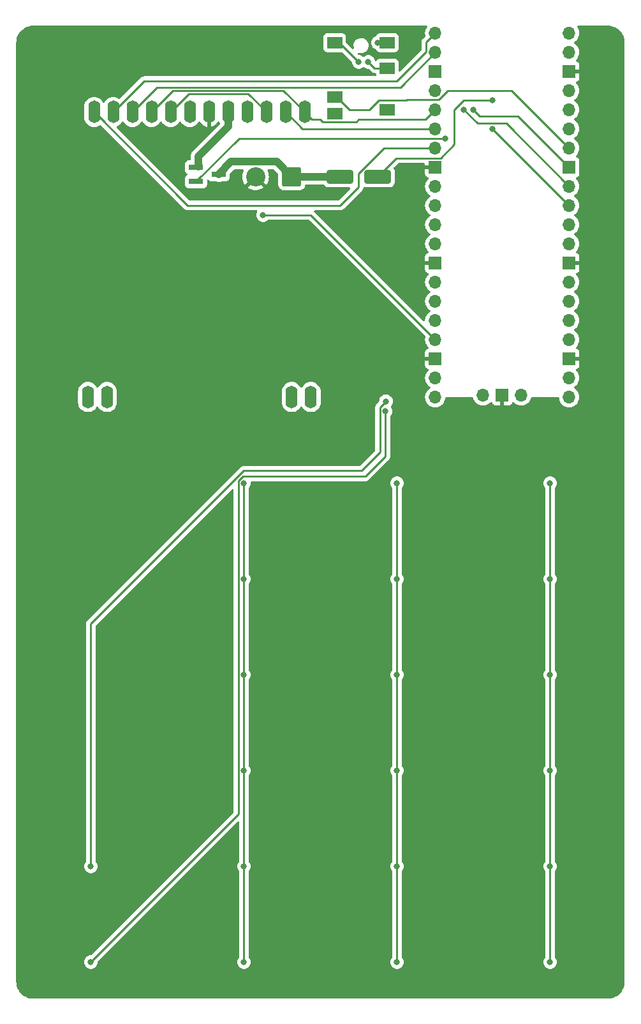
<source format=gbr>
%TF.GenerationSoftware,KiCad,Pcbnew,7.0.5*%
%TF.CreationDate,2023-07-11T16:18:17+08:00*%
%TF.ProjectId,press-beta,70726573-732d-4626-9574-612e6b696361,rev?*%
%TF.SameCoordinates,Original*%
%TF.FileFunction,Copper,L2,Bot*%
%TF.FilePolarity,Positive*%
%FSLAX46Y46*%
G04 Gerber Fmt 4.6, Leading zero omitted, Abs format (unit mm)*
G04 Created by KiCad (PCBNEW 7.0.5) date 2023-07-11 16:18:17*
%MOMM*%
%LPD*%
G01*
G04 APERTURE LIST*
G04 Aperture macros list*
%AMRoundRect*
0 Rectangle with rounded corners*
0 $1 Rounding radius*
0 $2 $3 $4 $5 $6 $7 $8 $9 X,Y pos of 4 corners*
0 Add a 4 corners polygon primitive as box body*
4,1,4,$2,$3,$4,$5,$6,$7,$8,$9,$2,$3,0*
0 Add four circle primitives for the rounded corners*
1,1,$1+$1,$2,$3*
1,1,$1+$1,$4,$5*
1,1,$1+$1,$6,$7*
1,1,$1+$1,$8,$9*
0 Add four rect primitives between the rounded corners*
20,1,$1+$1,$2,$3,$4,$5,0*
20,1,$1+$1,$4,$5,$6,$7,0*
20,1,$1+$1,$6,$7,$8,$9,0*
20,1,$1+$1,$8,$9,$2,$3,0*%
G04 Aperture macros list end*
%TA.AperFunction,ComponentPad*%
%ADD10O,1.600000X3.000000*%
%TD*%
%TA.AperFunction,ComponentPad*%
%ADD11O,1.700000X1.700000*%
%TD*%
%TA.AperFunction,ComponentPad*%
%ADD12R,1.700000X1.700000*%
%TD*%
%TA.AperFunction,ComponentPad*%
%ADD13RoundRect,0.249999X1.025001X1.025001X-1.025001X1.025001X-1.025001X-1.025001X1.025001X-1.025001X0*%
%TD*%
%TA.AperFunction,ComponentPad*%
%ADD14C,2.550000*%
%TD*%
%TA.AperFunction,SMDPad,CuDef*%
%ADD15R,2.000000X1.500000*%
%TD*%
%TA.AperFunction,SMDPad,CuDef*%
%ADD16R,1.900000X0.800000*%
%TD*%
%TA.AperFunction,SMDPad,CuDef*%
%ADD17RoundRect,0.250000X1.500000X0.650000X-1.500000X0.650000X-1.500000X-0.650000X1.500000X-0.650000X0*%
%TD*%
%TA.AperFunction,ViaPad*%
%ADD18C,0.800000*%
%TD*%
%TA.AperFunction,Conductor*%
%ADD19C,0.250000*%
%TD*%
%TA.AperFunction,Conductor*%
%ADD20C,1.000000*%
%TD*%
G04 APERTURE END LIST*
D10*
%TO.P,U2,1,ROM_IN*%
%TO.N,/mosi*%
X99500000Y-67610000D03*
%TO.P,U2,2,ROM_OUT*%
%TO.N,/miso*%
X96960000Y-67610000D03*
%TO.P,U2,3,ROM_SCK*%
%TO.N,/clk*%
X94420000Y-67610000D03*
%TO.P,U2,4,~ROM_CS*%
%TO.N,Net-(U1-GPIO13)*%
X91880000Y-67610000D03*
%TO.P,U2,5,LEDA*%
%TO.N,Net-(Q1-S)*%
X89340000Y-67610000D03*
%TO.P,U2,6,VSS*%
%TO.N,GND*%
X86800000Y-67610000D03*
%TO.P,U2,7,VDD*%
%TO.N,+3V3*%
X84260000Y-67610000D03*
%TO.P,U2,8,SCLK*%
%TO.N,/clk*%
X81720000Y-67610000D03*
%TO.P,U2,9,SDA*%
%TO.N,/mosi*%
X79180000Y-67610000D03*
%TO.P,U2,10,RS*%
%TO.N,Net-(U1-GPIO1)*%
X76640000Y-67610000D03*
%TO.P,U2,11,~RESET*%
%TO.N,Net-(U1-GPIO0)*%
X74100000Y-67610000D03*
%TO.P,U2,12,~CS*%
%TO.N,Net-(U1-GPIO5)*%
X71560000Y-67610000D03*
%TO.P,U2,NC*%
%TO.N,N/C*%
X70730000Y-105410000D03*
X73270000Y-105410000D03*
X97790000Y-105410000D03*
X100330000Y-105410000D03*
%TD*%
D11*
%TO.P,U1,1,GPIO0*%
%TO.N,Net-(U1-GPIO0)*%
X116840000Y-57150000D03*
%TO.P,U1,2,GPIO1*%
%TO.N,Net-(U1-GPIO1)*%
X116840000Y-59690000D03*
D12*
%TO.P,U1,3,GND*%
%TO.N,unconnected-(U1-GND-Pad3)*%
X116840000Y-62230000D03*
D11*
%TO.P,U1,4,GPIO2*%
%TO.N,/clk*%
X116840000Y-64770000D03*
%TO.P,U1,5,GPIO3*%
%TO.N,/mosi*%
X116840000Y-67310000D03*
%TO.P,U1,6,GPIO4*%
%TO.N,/miso*%
X116840000Y-69850000D03*
%TO.P,U1,7,GPIO5*%
%TO.N,Net-(U1-GPIO5)*%
X116840000Y-72390000D03*
D12*
%TO.P,U1,8,GND*%
%TO.N,GND*%
X116840000Y-74930000D03*
D11*
%TO.P,U1,9,GPIO6*%
%TO.N,/col1*%
X116840000Y-77470000D03*
%TO.P,U1,10,GPIO7*%
%TO.N,/col2*%
X116840000Y-80010000D03*
%TO.P,U1,11,GPIO8*%
%TO.N,/col3*%
X116840000Y-82550000D03*
%TO.P,U1,12,GPIO9*%
%TO.N,/col4*%
X116840000Y-85090000D03*
D12*
%TO.P,U1,13,GND*%
%TO.N,GND*%
X116840000Y-87630000D03*
D11*
%TO.P,U1,14,GPIO10*%
%TO.N,unconnected-(U1-GPIO10-Pad14)*%
X116840000Y-90170000D03*
%TO.P,U1,15,GPIO11*%
%TO.N,unconnected-(U1-GPIO11-Pad15)*%
X116840000Y-92710000D03*
%TO.P,U1,16,GPIO12*%
%TO.N,unconnected-(U1-GPIO12-Pad16)*%
X116840000Y-95250000D03*
%TO.P,U1,17,GPIO13*%
%TO.N,Net-(U1-GPIO13)*%
X116840000Y-97790000D03*
D12*
%TO.P,U1,18,GND*%
%TO.N,GND*%
X116840000Y-100330000D03*
D11*
%TO.P,U1,19,GPIO14*%
%TO.N,Net-(U1-GPIO14)*%
X116840000Y-102870000D03*
%TO.P,U1,20,GPIO15*%
%TO.N,Net-(U1-GPIO15)*%
X116840000Y-105410000D03*
%TO.P,U1,21,GPIO16*%
%TO.N,Net-(U1-GPIO16)*%
X134620000Y-105410000D03*
%TO.P,U1,22,GPIO17*%
%TO.N,Net-(U1-GPIO17)*%
X134620000Y-102870000D03*
D12*
%TO.P,U1,23,GND*%
%TO.N,GND*%
X134620000Y-100330000D03*
D11*
%TO.P,U1,24,GPIO18*%
%TO.N,Net-(U1-GPIO18)*%
X134620000Y-97790000D03*
%TO.P,U1,25,GPIO19*%
%TO.N,Net-(U1-GPIO19)*%
X134620000Y-95250000D03*
%TO.P,U1,26,GPIO20*%
%TO.N,Net-(U1-GPIO20)*%
X134620000Y-92710000D03*
%TO.P,U1,27,GPIO21*%
%TO.N,Net-(U1-GPIO21)*%
X134620000Y-90170000D03*
D12*
%TO.P,U1,28,GND*%
%TO.N,GND*%
X134620000Y-87630000D03*
D11*
%TO.P,U1,29,GPIO22*%
%TO.N,Net-(Q1-G)*%
X134620000Y-85090000D03*
%TO.P,U1,30,RUN*%
%TO.N,unconnected-(U1-RUN-Pad30)*%
X134620000Y-82550000D03*
%TO.P,U1,31,GPIO26_ADC0*%
%TO.N,Net-(U1-GPIO26_ADC0)*%
X134620000Y-80010000D03*
%TO.P,U1,32,GPIO27_ADC1*%
%TO.N,Net-(U1-GPIO27_ADC1)*%
X134620000Y-77470000D03*
D12*
%TO.P,U1,33,AGND*%
%TO.N,Net-(U1-AGND)*%
X134620000Y-74930000D03*
D11*
%TO.P,U1,34,GPIO28_ADC2*%
%TO.N,Net-(U1-GPIO28_ADC2)*%
X134620000Y-72390000D03*
%TO.P,U1,35,ADC_VREF*%
%TO.N,unconnected-(U1-ADC_VREF-Pad35)*%
X134620000Y-69850000D03*
%TO.P,U1,36,3V3*%
%TO.N,+3V3*%
X134620000Y-67310000D03*
%TO.P,U1,37,3V3_EN*%
%TO.N,unconnected-(U1-3V3_EN-Pad37)*%
X134620000Y-64770000D03*
D12*
%TO.P,U1,38,GND*%
%TO.N,GND*%
X134620000Y-62230000D03*
D11*
%TO.P,U1,39,VSYS*%
%TO.N,Net-(D1-K)*%
X134620000Y-59690000D03*
%TO.P,U1,40,VBUS*%
%TO.N,unconnected-(U1-VBUS-Pad40)*%
X134620000Y-57150000D03*
%TO.P,U1,41,SWCLK*%
%TO.N,unconnected-(U1-SWCLK-Pad41)*%
X123190000Y-105180000D03*
D12*
%TO.P,U1,42,GND*%
%TO.N,GND*%
X125730000Y-105180000D03*
D11*
%TO.P,U1,43,SWDIO*%
%TO.N,unconnected-(U1-SWDIO-Pad43)*%
X128270000Y-105180000D03*
%TD*%
D13*
%TO.P,BT1,1,+*%
%TO.N,Net-(BT1-+)*%
X97790000Y-76200000D03*
D14*
%TO.P,BT1,2,-*%
%TO.N,GND*%
X92990000Y-76200000D03*
%TD*%
D15*
%TO.P,J1,R1*%
%TO.N,Net-(U1-GPIO27_ADC1)*%
X110490000Y-61810000D03*
%TO.P,J1,R1N*%
%TO.N,unconnected-(J1-PadR1N)*%
X110490000Y-67310000D03*
%TO.P,J1,R2*%
%TO.N,Net-(U1-AGND)*%
X103490000Y-58410000D03*
%TO.P,J1,S*%
%TO.N,Net-(U1-GPIO26_ADC0)*%
X110490000Y-58410000D03*
%TO.P,J1,T*%
%TO.N,Net-(U1-GPIO28_ADC2)*%
X103490000Y-65610000D03*
%TO.P,J1,TN*%
%TO.N,unconnected-(J1-PadTN)*%
X103490000Y-67810000D03*
%TD*%
D16*
%TO.P,Q1,1,D*%
%TO.N,Net-(BT1-+)*%
X88090000Y-75880000D03*
%TO.P,Q1,2,G*%
%TO.N,Net-(Q1-G)*%
X85090000Y-76830000D03*
%TO.P,Q1,3,S*%
%TO.N,Net-(Q1-S)*%
X85090000Y-74930000D03*
%TD*%
D17*
%TO.P,D1,1,K*%
%TO.N,Net-(D1-K)*%
X109220000Y-76200000D03*
%TO.P,D1,2,A*%
%TO.N,Net-(BT1-+)*%
X104220000Y-76200000D03*
%TD*%
D18*
%TO.N,Net-(Q1-G)*%
X118122393Y-71120136D03*
%TO.N,Net-(U1-GPIO26_ADC0)*%
X109220000Y-58420000D03*
X124460000Y-69850000D03*
%TO.N,Net-(U1-GPIO27_ADC1)*%
X107950000Y-60960000D03*
X120650000Y-67310000D03*
%TO.N,Net-(U1-AGND)*%
X106680000Y-60960000D03*
X121920000Y-67310000D03*
%TO.N,/col2*%
X91440000Y-167640000D03*
X91440000Y-116840000D03*
X91440000Y-180340000D03*
X91440000Y-129540000D03*
X91440000Y-154940000D03*
X91440000Y-142240000D03*
%TO.N,/col3*%
X111760000Y-116840000D03*
X111760000Y-154940000D03*
X111760000Y-180340000D03*
X111760000Y-142240000D03*
X111760000Y-129540000D03*
X111760000Y-167640000D03*
%TO.N,/col4*%
X132080000Y-154940000D03*
X132080000Y-142240000D03*
X132080000Y-180340000D03*
X132080000Y-167640000D03*
X132080000Y-116840000D03*
X132080000Y-129540000D03*
%TO.N,Net-(D1-K)*%
X124460000Y-66040000D03*
%TO.N,Net-(U1-GPIO14)*%
X110299500Y-105981500D03*
X71120000Y-167640000D03*
%TO.N,Net-(U1-GPIO15)*%
X110236000Y-107315000D03*
X71120000Y-180340000D03*
%TO.N,Net-(U1-GPIO13)*%
X93980000Y-81280000D03*
%TD*%
D19*
%TO.N,Net-(U1-GPIO13)*%
X100330000Y-81280000D02*
X116840000Y-97790000D01*
X93980000Y-81280000D02*
X100330000Y-81280000D01*
D20*
%TO.N,Net-(BT1-+)*%
X95811800Y-74221800D02*
X97790000Y-76200000D01*
X88090000Y-75880000D02*
X89748200Y-74221800D01*
X89748200Y-74221800D02*
X95811800Y-74221800D01*
X97790000Y-76200000D02*
X104220000Y-76200000D01*
D19*
%TO.N,Net-(U1-GPIO0)*%
X74100000Y-67610000D02*
X78210000Y-63500000D01*
X115661800Y-59598200D02*
X115661800Y-58328200D01*
X115661800Y-58328200D02*
X116840000Y-57150000D01*
X78210000Y-63500000D02*
X111760000Y-63500000D01*
X111760000Y-63500000D02*
X115661800Y-59598200D01*
%TO.N,Net-(U1-GPIO1)*%
X76640000Y-67610000D02*
X79933200Y-64316800D01*
X79933200Y-64316800D02*
X112213200Y-64316800D01*
X112213200Y-64316800D02*
X116840000Y-59690000D01*
%TO.N,Net-(U1-GPIO5)*%
X110062302Y-72390000D02*
X116840000Y-72390000D01*
X83960000Y-80010000D02*
X104221298Y-80010000D01*
X106680000Y-77551298D02*
X106680000Y-75772302D01*
X106680000Y-75772302D02*
X110062302Y-72390000D01*
X71560000Y-67610000D02*
X83960000Y-80010000D01*
X104221298Y-80010000D02*
X106680000Y-77551298D01*
%TO.N,Net-(Q1-G)*%
X90800000Y-71120000D02*
X85090000Y-76830000D01*
X118122393Y-71120136D02*
X118122257Y-71120000D01*
X118122257Y-71120000D02*
X90800000Y-71120000D01*
%TO.N,/mosi*%
X82020000Y-64770000D02*
X96660000Y-64770000D01*
X101600000Y-68580000D02*
X101908200Y-68888200D01*
X115570000Y-68580000D02*
X116840000Y-67310000D01*
X99500000Y-67610000D02*
X100470000Y-68580000D01*
X100470000Y-68580000D02*
X101600000Y-68580000D01*
X106680000Y-68580000D02*
X115570000Y-68580000D01*
X106371800Y-68888200D02*
X106680000Y-68580000D01*
X101908200Y-68888200D02*
X106371800Y-68888200D01*
X96660000Y-64770000D02*
X99500000Y-67610000D01*
X79180000Y-67610000D02*
X82020000Y-64770000D01*
%TO.N,/miso*%
X99200000Y-69850000D02*
X116840000Y-69850000D01*
X96960000Y-67610000D02*
X99200000Y-69850000D01*
D20*
%TO.N,Net-(Q1-S)*%
X89340000Y-69534000D02*
X89340000Y-68438200D01*
X85409000Y-73465000D02*
X89340000Y-69534000D01*
X85409000Y-74880000D02*
X85409000Y-73465000D01*
D19*
%TO.N,Net-(U1-GPIO26_ADC0)*%
X109230000Y-58410000D02*
X109220000Y-58420000D01*
X110490000Y-58410000D02*
X109230000Y-58410000D01*
X124460000Y-69850000D02*
X134620000Y-80010000D01*
%TO.N,Net-(U1-GPIO27_ADC1)*%
X120650000Y-67310000D02*
X122461800Y-69121800D01*
X126271800Y-69121800D02*
X134620000Y-77470000D01*
X110490000Y-61810000D02*
X108800000Y-61810000D01*
X108800000Y-61810000D02*
X107950000Y-60960000D01*
X122461800Y-69121800D02*
X126271800Y-69121800D01*
%TO.N,Net-(U1-AGND)*%
X106680000Y-60960000D02*
X104130000Y-58410000D01*
X121920000Y-67310000D02*
X122736800Y-68126800D01*
X127816800Y-68126800D02*
X134620000Y-74930000D01*
X122736800Y-68126800D02*
X127816800Y-68126800D01*
%TO.N,/col2*%
X91440000Y-154940000D02*
X91440000Y-167640000D01*
X91440000Y-142240000D02*
X91440000Y-154940000D01*
X91440000Y-129540000D02*
X91440000Y-142240000D01*
X91440000Y-167640000D02*
X91440000Y-180340000D01*
X91440000Y-116840000D02*
X91440000Y-129540000D01*
%TO.N,/col3*%
X111760000Y-167640000D02*
X111760000Y-180340000D01*
X111760000Y-129540000D02*
X111760000Y-142240000D01*
X111760000Y-142240000D02*
X111760000Y-154940000D01*
X111760000Y-116840000D02*
X111760000Y-129540000D01*
X111760000Y-154940000D02*
X111760000Y-167640000D01*
%TO.N,/col4*%
X132080000Y-129540000D02*
X132080000Y-116840000D01*
X132080000Y-142240000D02*
X132080000Y-129540000D01*
X132080000Y-167640000D02*
X132080000Y-154940000D01*
X132080000Y-180340000D02*
X132080000Y-167640000D01*
X132080000Y-154940000D02*
X132080000Y-142240000D01*
%TO.N,Net-(U1-GPIO28_ADC2)*%
X113121800Y-65948200D02*
X117328027Y-65948200D01*
X117328027Y-65948200D02*
X118506227Y-64770000D01*
X127000000Y-64770000D02*
X134620000Y-72390000D01*
X105440000Y-67310000D02*
X108083600Y-67310000D01*
X118506227Y-64770000D02*
X127000000Y-64770000D01*
X108083600Y-67310000D02*
X109353600Y-66040000D01*
X109353600Y-66040000D02*
X113030000Y-66040000D01*
X103740000Y-65610000D02*
X105440000Y-67310000D01*
X113030000Y-66040000D02*
X113121800Y-65948200D01*
%TO.N,Net-(D1-K)*%
X124460000Y-66040000D02*
X120650000Y-66040000D01*
X119380000Y-71935478D02*
X117563678Y-73751800D01*
X120650000Y-66040000D02*
X119380000Y-67310000D01*
X111668200Y-73751800D02*
X109220000Y-76200000D01*
X117563678Y-73751800D02*
X111668200Y-73751800D01*
X119380000Y-67310000D02*
X119380000Y-71935478D01*
%TO.N,Net-(U1-GPIO14)*%
X71120000Y-135489954D02*
X71120000Y-167640000D01*
X91420954Y-115189000D02*
X71120000Y-135489954D01*
X107061000Y-115189000D02*
X91420954Y-115189000D01*
X109507800Y-112742200D02*
X107061000Y-115189000D01*
X109507800Y-106766284D02*
X109507800Y-112742200D01*
X109607916Y-106673084D02*
X109601000Y-106673084D01*
X109601000Y-106673084D02*
X109507800Y-106766284D01*
X110299500Y-105981500D02*
X109607916Y-106673084D01*
%TO.N,Net-(U1-GPIO15)*%
X90711800Y-160748200D02*
X71120000Y-180340000D01*
X110236000Y-113284000D02*
X107569000Y-115951000D01*
X91299876Y-115951000D02*
X90711800Y-116539076D01*
X110236000Y-107315000D02*
X110236000Y-113284000D01*
X107569000Y-115951000D02*
X91299876Y-115951000D01*
X90711800Y-116539076D02*
X90711800Y-160748200D01*
%TO.N,/clk*%
X92033200Y-65223200D02*
X94420000Y-67610000D01*
X84106800Y-65223200D02*
X92033200Y-65223200D01*
X81720000Y-67610000D02*
X84106800Y-65223200D01*
%TD*%
%TA.AperFunction,Conductor*%
%TO.N,GND*%
G36*
X115731241Y-56154185D02*
G01*
X115776996Y-56206989D01*
X115786940Y-56276147D01*
X115765777Y-56329623D01*
X115665965Y-56472169D01*
X115665964Y-56472171D01*
X115566098Y-56686335D01*
X115566094Y-56686344D01*
X115504938Y-56914586D01*
X115504936Y-56914596D01*
X115484341Y-57149999D01*
X115484341Y-57150000D01*
X115504937Y-57385408D01*
X115531855Y-57485873D01*
X115530192Y-57555723D01*
X115499761Y-57605646D01*
X115278008Y-57827399D01*
X115265751Y-57837220D01*
X115265934Y-57837441D01*
X115259922Y-57842414D01*
X115213232Y-57892132D01*
X115211879Y-57893529D01*
X115191689Y-57913719D01*
X115191677Y-57913732D01*
X115187421Y-57919217D01*
X115183637Y-57923647D01*
X115151737Y-57957618D01*
X115151736Y-57957620D01*
X115142084Y-57975176D01*
X115131410Y-57991426D01*
X115119129Y-58007261D01*
X115119124Y-58007268D01*
X115100615Y-58050038D01*
X115098045Y-58055284D01*
X115075603Y-58096106D01*
X115070622Y-58115507D01*
X115064321Y-58133910D01*
X115056362Y-58152302D01*
X115056361Y-58152305D01*
X115049071Y-58198327D01*
X115047887Y-58204046D01*
X115036301Y-58249172D01*
X115036300Y-58249182D01*
X115036300Y-58269216D01*
X115034773Y-58288615D01*
X115031640Y-58308394D01*
X115031639Y-58308397D01*
X115036024Y-58354785D01*
X115036299Y-58360621D01*
X115036299Y-59287746D01*
X115016614Y-59354785D01*
X114999980Y-59375427D01*
X112202180Y-62173227D01*
X112140857Y-62206712D01*
X112071165Y-62201728D01*
X112015232Y-62159856D01*
X111990815Y-62094392D01*
X111990499Y-62085546D01*
X111990499Y-61012129D01*
X111990498Y-61012123D01*
X111987082Y-60980347D01*
X111984091Y-60952517D01*
X111972704Y-60921988D01*
X111933797Y-60817671D01*
X111933793Y-60817664D01*
X111847547Y-60702455D01*
X111847544Y-60702452D01*
X111732335Y-60616206D01*
X111732328Y-60616202D01*
X111597482Y-60565908D01*
X111597483Y-60565908D01*
X111537883Y-60559501D01*
X111537881Y-60559500D01*
X111537873Y-60559500D01*
X111537864Y-60559500D01*
X109442129Y-60559500D01*
X109442123Y-60559501D01*
X109382516Y-60565908D01*
X109247671Y-60616202D01*
X109247664Y-60616206D01*
X109132455Y-60702452D01*
X109053103Y-60808452D01*
X108997169Y-60850322D01*
X108927477Y-60855306D01*
X108866155Y-60821820D01*
X108835906Y-60772458D01*
X108777181Y-60591722D01*
X108777180Y-60591721D01*
X108777179Y-60591716D01*
X108682533Y-60427784D01*
X108555871Y-60287112D01*
X108544432Y-60278801D01*
X108402734Y-60175851D01*
X108402729Y-60175848D01*
X108229807Y-60098857D01*
X108229802Y-60098855D01*
X108062241Y-60063240D01*
X108044646Y-60059500D01*
X107855354Y-60059500D01*
X107837759Y-60063240D01*
X107670197Y-60098855D01*
X107670192Y-60098857D01*
X107497271Y-60175848D01*
X107387884Y-60255322D01*
X107322077Y-60278801D01*
X107254023Y-60262975D01*
X107242123Y-60255328D01*
X107132730Y-60175849D01*
X107132729Y-60175848D01*
X106959807Y-60098857D01*
X106959802Y-60098855D01*
X106792241Y-60063240D01*
X106774646Y-60059500D01*
X106774645Y-60059500D01*
X106715452Y-60059500D01*
X106648413Y-60039815D01*
X106627771Y-60023181D01*
X106585076Y-59980486D01*
X106551591Y-59919163D01*
X106556575Y-59849471D01*
X106598447Y-59793538D01*
X106663911Y-59769121D01*
X106697714Y-59771342D01*
X106888259Y-59810500D01*
X107040743Y-59810500D01*
X107192439Y-59795074D01*
X107386579Y-59734162D01*
X107386580Y-59734161D01*
X107386588Y-59734159D01*
X107564502Y-59635409D01*
X107718895Y-59502866D01*
X107843448Y-59341958D01*
X107933060Y-59159271D01*
X107984063Y-58962285D01*
X107994369Y-58759064D01*
X107963556Y-58557929D01*
X107912473Y-58420000D01*
X108314540Y-58420000D01*
X108334326Y-58608256D01*
X108334327Y-58608259D01*
X108392818Y-58788277D01*
X108392821Y-58788284D01*
X108487467Y-58952216D01*
X108541451Y-59012171D01*
X108614129Y-59092888D01*
X108767265Y-59204148D01*
X108767270Y-59204151D01*
X108940191Y-59281142D01*
X108946372Y-59283150D01*
X108945953Y-59284437D01*
X109001111Y-59314211D01*
X109030034Y-59358979D01*
X109046204Y-59402332D01*
X109046205Y-59402334D01*
X109132452Y-59517544D01*
X109132455Y-59517547D01*
X109247664Y-59603793D01*
X109247671Y-59603797D01*
X109382517Y-59654091D01*
X109382516Y-59654091D01*
X109389444Y-59654835D01*
X109442127Y-59660500D01*
X111537872Y-59660499D01*
X111597483Y-59654091D01*
X111732331Y-59603796D01*
X111847546Y-59517546D01*
X111933796Y-59402331D01*
X111984091Y-59267483D01*
X111990500Y-59207873D01*
X111990499Y-57612128D01*
X111984436Y-57555723D01*
X111984091Y-57552516D01*
X111933797Y-57417671D01*
X111933793Y-57417664D01*
X111847547Y-57302455D01*
X111847544Y-57302452D01*
X111732335Y-57216206D01*
X111732328Y-57216202D01*
X111597482Y-57165908D01*
X111597483Y-57165908D01*
X111537883Y-57159501D01*
X111537881Y-57159500D01*
X111537873Y-57159500D01*
X111537864Y-57159500D01*
X109442129Y-57159500D01*
X109442123Y-57159501D01*
X109382516Y-57165908D01*
X109247671Y-57216202D01*
X109247664Y-57216206D01*
X109132455Y-57302452D01*
X109132452Y-57302455D01*
X109046206Y-57417664D01*
X109046203Y-57417670D01*
X109021823Y-57483036D01*
X108979951Y-57538969D01*
X108943963Y-57557632D01*
X108940193Y-57558856D01*
X108767270Y-57635848D01*
X108767265Y-57635851D01*
X108614129Y-57747111D01*
X108487466Y-57887785D01*
X108392821Y-58051715D01*
X108392818Y-58051722D01*
X108334327Y-58231740D01*
X108334326Y-58231744D01*
X108314540Y-58420000D01*
X107912473Y-58420000D01*
X107899847Y-58385908D01*
X107892888Y-58367118D01*
X107892887Y-58367117D01*
X107892886Y-58367113D01*
X107785252Y-58194429D01*
X107645059Y-58046947D01*
X107546587Y-57978409D01*
X107478050Y-57930705D01*
X107291056Y-57850459D01*
X107091741Y-57809500D01*
X106939258Y-57809500D01*
X106939257Y-57809500D01*
X106787560Y-57824925D01*
X106593420Y-57885837D01*
X106593405Y-57885844D01*
X106415500Y-57984589D01*
X106415495Y-57984592D01*
X106261106Y-58117132D01*
X106261104Y-58117134D01*
X106136554Y-58278037D01*
X106136553Y-58278040D01*
X106046940Y-58460728D01*
X105995937Y-58657714D01*
X105985631Y-58860936D01*
X106016442Y-59062063D01*
X106016445Y-59062075D01*
X106025310Y-59086010D01*
X106030134Y-59155713D01*
X105996508Y-59216959D01*
X105935108Y-59250303D01*
X105865428Y-59245158D01*
X105821348Y-59216757D01*
X105026818Y-58422227D01*
X104993333Y-58360904D01*
X104990499Y-58334546D01*
X104990499Y-57975176D01*
X104990499Y-57612128D01*
X104984436Y-57555723D01*
X104984091Y-57552516D01*
X104933797Y-57417671D01*
X104933793Y-57417664D01*
X104847547Y-57302455D01*
X104847544Y-57302452D01*
X104732335Y-57216206D01*
X104732328Y-57216202D01*
X104597482Y-57165908D01*
X104597483Y-57165908D01*
X104537883Y-57159501D01*
X104537881Y-57159500D01*
X104537873Y-57159500D01*
X104537864Y-57159500D01*
X102442129Y-57159500D01*
X102442123Y-57159501D01*
X102382516Y-57165908D01*
X102247671Y-57216202D01*
X102247664Y-57216206D01*
X102132455Y-57302452D01*
X102132452Y-57302455D01*
X102046206Y-57417664D01*
X102046202Y-57417671D01*
X101995908Y-57552517D01*
X101990855Y-57599520D01*
X101989501Y-57612123D01*
X101989500Y-57612135D01*
X101989500Y-59207870D01*
X101989501Y-59207876D01*
X101995908Y-59267483D01*
X102046202Y-59402328D01*
X102046206Y-59402335D01*
X102132452Y-59517544D01*
X102132455Y-59517547D01*
X102247664Y-59603793D01*
X102247671Y-59603797D01*
X102382517Y-59654091D01*
X102382516Y-59654091D01*
X102389444Y-59654835D01*
X102442127Y-59660500D01*
X104444547Y-59660499D01*
X104511586Y-59680184D01*
X104532228Y-59696818D01*
X105741038Y-60905628D01*
X105774523Y-60966951D01*
X105776678Y-60980347D01*
X105781378Y-61025063D01*
X105794326Y-61148256D01*
X105794327Y-61148259D01*
X105852818Y-61328277D01*
X105852821Y-61328284D01*
X105947467Y-61492216D01*
X106013252Y-61565277D01*
X106074129Y-61632888D01*
X106227265Y-61744148D01*
X106227270Y-61744151D01*
X106400192Y-61821142D01*
X106400197Y-61821144D01*
X106585354Y-61860500D01*
X106585355Y-61860500D01*
X106774644Y-61860500D01*
X106774646Y-61860500D01*
X106959803Y-61821144D01*
X107132730Y-61744151D01*
X107242117Y-61664676D01*
X107307920Y-61641198D01*
X107375974Y-61657023D01*
X107387871Y-61664668D01*
X107464029Y-61720000D01*
X107497270Y-61744151D01*
X107670192Y-61821142D01*
X107670197Y-61821144D01*
X107855354Y-61860500D01*
X107914548Y-61860500D01*
X107981587Y-61880185D01*
X108002229Y-61896819D01*
X108299194Y-62193784D01*
X108309019Y-62206048D01*
X108309240Y-62205866D01*
X108314210Y-62211874D01*
X108363949Y-62258582D01*
X108365316Y-62259906D01*
X108385530Y-62280120D01*
X108391004Y-62284366D01*
X108395442Y-62288156D01*
X108429418Y-62320062D01*
X108429422Y-62320064D01*
X108446973Y-62329713D01*
X108463231Y-62340392D01*
X108479064Y-62352674D01*
X108501015Y-62362172D01*
X108521837Y-62371183D01*
X108527081Y-62373752D01*
X108567908Y-62396197D01*
X108587312Y-62401179D01*
X108605710Y-62407478D01*
X108624105Y-62415438D01*
X108670129Y-62422726D01*
X108675832Y-62423907D01*
X108720981Y-62435500D01*
X108741016Y-62435500D01*
X108760413Y-62437026D01*
X108780196Y-62440160D01*
X108826583Y-62435775D01*
X108832422Y-62435500D01*
X108865501Y-62435500D01*
X108932540Y-62455185D01*
X108978295Y-62507989D01*
X108989501Y-62559500D01*
X108989501Y-62607876D01*
X108995908Y-62667483D01*
X109010710Y-62707167D01*
X109015694Y-62776859D01*
X108982209Y-62838182D01*
X108920886Y-62871666D01*
X108894528Y-62874500D01*
X78292743Y-62874500D01*
X78277122Y-62872775D01*
X78277095Y-62873061D01*
X78269333Y-62872326D01*
X78201140Y-62874469D01*
X78199193Y-62874500D01*
X78170649Y-62874500D01*
X78163778Y-62875367D01*
X78157959Y-62875825D01*
X78111374Y-62877289D01*
X78111368Y-62877290D01*
X78092126Y-62882880D01*
X78073087Y-62886823D01*
X78053217Y-62889334D01*
X78053203Y-62889337D01*
X78009883Y-62906488D01*
X78004358Y-62908380D01*
X77959613Y-62921380D01*
X77959610Y-62921381D01*
X77942366Y-62931579D01*
X77924905Y-62940133D01*
X77906274Y-62947510D01*
X77906262Y-62947517D01*
X77868570Y-62974902D01*
X77863687Y-62978109D01*
X77823580Y-63001829D01*
X77809414Y-63015995D01*
X77794624Y-63028627D01*
X77778414Y-63040404D01*
X77778411Y-63040407D01*
X77748710Y-63076309D01*
X77744777Y-63080631D01*
X74998781Y-65826626D01*
X74937458Y-65860111D01*
X74867766Y-65855127D01*
X74839979Y-65840521D01*
X74752734Y-65779432D01*
X74709049Y-65759061D01*
X74546497Y-65683261D01*
X74546488Y-65683258D01*
X74326697Y-65624366D01*
X74326693Y-65624365D01*
X74326692Y-65624365D01*
X74326691Y-65624364D01*
X74326686Y-65624364D01*
X74100002Y-65604532D01*
X74099998Y-65604532D01*
X73873313Y-65624364D01*
X73873302Y-65624366D01*
X73653511Y-65683258D01*
X73653502Y-65683261D01*
X73447267Y-65779431D01*
X73447265Y-65779432D01*
X73260858Y-65909954D01*
X73099954Y-66070858D01*
X72969432Y-66257265D01*
X72969431Y-66257267D01*
X72942382Y-66315275D01*
X72896209Y-66367714D01*
X72829016Y-66386866D01*
X72762135Y-66366650D01*
X72717618Y-66315275D01*
X72697208Y-66271506D01*
X72690568Y-66257266D01*
X72560047Y-66070861D01*
X72560045Y-66070858D01*
X72399141Y-65909954D01*
X72212734Y-65779432D01*
X72212732Y-65779431D01*
X72006497Y-65683261D01*
X72006488Y-65683258D01*
X71786697Y-65624366D01*
X71786693Y-65624365D01*
X71786692Y-65624365D01*
X71786691Y-65624364D01*
X71786686Y-65624364D01*
X71560002Y-65604532D01*
X71559998Y-65604532D01*
X71333313Y-65624364D01*
X71333302Y-65624366D01*
X71113511Y-65683258D01*
X71113502Y-65683261D01*
X70907267Y-65779431D01*
X70907265Y-65779432D01*
X70720858Y-65909954D01*
X70559954Y-66070858D01*
X70429432Y-66257265D01*
X70429431Y-66257267D01*
X70333261Y-66463502D01*
X70333258Y-66463511D01*
X70274366Y-66683302D01*
X70274364Y-66683312D01*
X70259500Y-66853214D01*
X70259500Y-68366785D01*
X70274364Y-68536687D01*
X70274366Y-68536697D01*
X70333258Y-68756488D01*
X70333261Y-68756497D01*
X70429431Y-68962732D01*
X70429432Y-68962734D01*
X70559954Y-69149141D01*
X70720858Y-69310045D01*
X70720861Y-69310047D01*
X70907266Y-69440568D01*
X71113504Y-69536739D01*
X71333308Y-69595635D01*
X71495230Y-69609801D01*
X71559998Y-69615468D01*
X71560000Y-69615468D01*
X71560002Y-69615468D01*
X71616673Y-69610509D01*
X71786692Y-69595635D01*
X72006496Y-69536739D01*
X72212734Y-69440568D01*
X72299979Y-69379478D01*
X72366183Y-69357152D01*
X72433951Y-69374162D01*
X72458782Y-69393373D01*
X83459197Y-80393788D01*
X83469022Y-80406051D01*
X83469243Y-80405869D01*
X83474211Y-80411874D01*
X83523932Y-80458566D01*
X83525332Y-80459923D01*
X83545523Y-80480115D01*
X83545527Y-80480118D01*
X83545529Y-80480120D01*
X83551011Y-80484373D01*
X83555443Y-80488157D01*
X83589418Y-80520062D01*
X83606976Y-80529714D01*
X83623235Y-80540395D01*
X83639064Y-80552673D01*
X83681838Y-80571182D01*
X83687056Y-80573738D01*
X83727908Y-80596197D01*
X83747316Y-80601180D01*
X83765717Y-80607480D01*
X83784104Y-80615437D01*
X83827488Y-80622308D01*
X83830119Y-80622725D01*
X83835839Y-80623909D01*
X83880981Y-80635500D01*
X83901016Y-80635500D01*
X83920414Y-80637026D01*
X83940194Y-80640159D01*
X83940195Y-80640160D01*
X83940195Y-80640159D01*
X83940196Y-80640160D01*
X83986583Y-80635775D01*
X83992422Y-80635500D01*
X93097520Y-80635500D01*
X93164559Y-80655185D01*
X93210314Y-80707989D01*
X93220258Y-80777147D01*
X93204907Y-80821500D01*
X93152821Y-80911715D01*
X93152818Y-80911722D01*
X93094327Y-81091740D01*
X93094326Y-81091744D01*
X93074540Y-81280000D01*
X93094326Y-81468256D01*
X93094327Y-81468259D01*
X93152818Y-81648277D01*
X93152821Y-81648284D01*
X93247467Y-81812216D01*
X93349185Y-81925185D01*
X93374129Y-81952888D01*
X93527265Y-82064148D01*
X93527270Y-82064151D01*
X93700192Y-82141142D01*
X93700197Y-82141144D01*
X93885354Y-82180500D01*
X93885355Y-82180500D01*
X94074644Y-82180500D01*
X94074646Y-82180500D01*
X94259803Y-82141144D01*
X94432730Y-82064151D01*
X94585871Y-81952888D01*
X94588788Y-81949647D01*
X94591600Y-81946526D01*
X94651087Y-81909879D01*
X94683748Y-81905500D01*
X100019548Y-81905500D01*
X100086587Y-81925185D01*
X100107229Y-81941819D01*
X115499761Y-97334352D01*
X115533246Y-97395675D01*
X115531855Y-97454124D01*
X115504937Y-97554589D01*
X115504937Y-97554590D01*
X115484341Y-97789999D01*
X115484341Y-97790000D01*
X115504936Y-98025403D01*
X115504938Y-98025413D01*
X115566094Y-98253655D01*
X115566096Y-98253659D01*
X115566097Y-98253663D01*
X115665965Y-98467829D01*
X115665965Y-98467830D01*
X115665967Y-98467834D01*
X115774281Y-98622521D01*
X115801501Y-98661396D01*
X115801506Y-98661402D01*
X115923818Y-98783714D01*
X115957303Y-98845037D01*
X115952319Y-98914729D01*
X115910447Y-98970662D01*
X115879471Y-98987577D01*
X115747912Y-99036646D01*
X115747906Y-99036649D01*
X115632812Y-99122809D01*
X115632809Y-99122812D01*
X115546649Y-99237906D01*
X115546645Y-99237913D01*
X115496403Y-99372620D01*
X115496401Y-99372627D01*
X115490000Y-99432155D01*
X115490000Y-100080000D01*
X116394428Y-100080000D01*
X116371318Y-100115960D01*
X116330000Y-100256673D01*
X116330000Y-100403327D01*
X116371318Y-100544040D01*
X116394428Y-100580000D01*
X115490000Y-100580000D01*
X115490000Y-101227844D01*
X115496401Y-101287372D01*
X115496403Y-101287379D01*
X115546645Y-101422086D01*
X115546649Y-101422093D01*
X115632809Y-101537187D01*
X115632812Y-101537190D01*
X115747906Y-101623350D01*
X115747913Y-101623354D01*
X115879470Y-101672421D01*
X115935403Y-101714292D01*
X115959821Y-101779756D01*
X115944970Y-101848029D01*
X115923819Y-101876284D01*
X115801503Y-101998600D01*
X115665965Y-102192169D01*
X115665964Y-102192171D01*
X115566098Y-102406335D01*
X115566094Y-102406344D01*
X115504938Y-102634586D01*
X115504936Y-102634596D01*
X115484341Y-102869999D01*
X115484341Y-102870000D01*
X115504936Y-103105403D01*
X115504938Y-103105413D01*
X115566094Y-103333655D01*
X115566096Y-103333659D01*
X115566097Y-103333663D01*
X115635856Y-103483261D01*
X115665965Y-103547830D01*
X115665967Y-103547834D01*
X115801501Y-103741395D01*
X115801506Y-103741402D01*
X115968597Y-103908493D01*
X115968603Y-103908498D01*
X116154158Y-104038425D01*
X116197783Y-104093002D01*
X116204977Y-104162500D01*
X116173454Y-104224855D01*
X116154158Y-104241575D01*
X115968597Y-104371505D01*
X115801505Y-104538597D01*
X115665965Y-104732169D01*
X115665964Y-104732171D01*
X115566098Y-104946335D01*
X115566094Y-104946344D01*
X115504938Y-105174586D01*
X115504936Y-105174596D01*
X115484341Y-105409999D01*
X115484341Y-105410000D01*
X115504936Y-105645403D01*
X115504938Y-105645413D01*
X115566094Y-105873655D01*
X115566096Y-105873659D01*
X115566097Y-105873663D01*
X115625188Y-106000384D01*
X115665965Y-106087830D01*
X115665967Y-106087834D01*
X115726942Y-106174914D01*
X115801505Y-106281401D01*
X115968599Y-106448495D01*
X116025192Y-106488122D01*
X116162165Y-106584032D01*
X116162167Y-106584033D01*
X116162170Y-106584035D01*
X116376337Y-106683903D01*
X116376343Y-106683904D01*
X116376344Y-106683905D01*
X116388884Y-106687265D01*
X116604592Y-106745063D01*
X116792918Y-106761539D01*
X116839999Y-106765659D01*
X116840000Y-106765659D01*
X116840001Y-106765659D01*
X116879234Y-106762226D01*
X117075408Y-106745063D01*
X117303663Y-106683903D01*
X117517830Y-106584035D01*
X117711401Y-106448495D01*
X117878495Y-106281401D01*
X118014035Y-106087830D01*
X118113903Y-105873663D01*
X118175063Y-105645408D01*
X118185755Y-105523192D01*
X118211209Y-105458123D01*
X118267800Y-105417145D01*
X118309284Y-105410000D01*
X121758339Y-105410000D01*
X121825378Y-105429685D01*
X121871133Y-105482489D01*
X121878114Y-105501907D01*
X121916094Y-105643655D01*
X121916096Y-105643659D01*
X121916097Y-105643663D01*
X121985846Y-105793240D01*
X122015965Y-105857830D01*
X122015967Y-105857834D01*
X122088310Y-105961149D01*
X122151505Y-106051401D01*
X122318599Y-106218495D01*
X122395135Y-106272086D01*
X122512165Y-106354032D01*
X122512167Y-106354033D01*
X122512170Y-106354035D01*
X122726337Y-106453903D01*
X122954592Y-106515063D01*
X123125319Y-106530000D01*
X123189999Y-106535659D01*
X123190000Y-106535659D01*
X123190001Y-106535659D01*
X123254681Y-106530000D01*
X123425408Y-106515063D01*
X123653663Y-106453903D01*
X123867830Y-106354035D01*
X124061401Y-106218495D01*
X124183717Y-106096178D01*
X124245036Y-106062696D01*
X124314728Y-106067680D01*
X124370662Y-106109551D01*
X124387577Y-106140528D01*
X124436646Y-106272088D01*
X124436649Y-106272093D01*
X124522809Y-106387187D01*
X124522812Y-106387190D01*
X124637906Y-106473350D01*
X124637913Y-106473354D01*
X124772620Y-106523596D01*
X124772627Y-106523598D01*
X124832155Y-106529999D01*
X124832172Y-106530000D01*
X125480000Y-106530000D01*
X125480000Y-105626494D01*
X125584839Y-105674373D01*
X125693527Y-105690000D01*
X125766473Y-105690000D01*
X125875161Y-105674373D01*
X125980000Y-105626494D01*
X125980000Y-106530000D01*
X126627828Y-106530000D01*
X126627844Y-106529999D01*
X126687372Y-106523598D01*
X126687379Y-106523596D01*
X126822086Y-106473354D01*
X126822093Y-106473350D01*
X126937187Y-106387190D01*
X126937190Y-106387187D01*
X127023350Y-106272093D01*
X127023354Y-106272086D01*
X127072422Y-106140529D01*
X127114293Y-106084595D01*
X127179757Y-106060178D01*
X127248030Y-106075030D01*
X127276285Y-106096181D01*
X127398599Y-106218495D01*
X127475135Y-106272086D01*
X127592165Y-106354032D01*
X127592167Y-106354033D01*
X127592170Y-106354035D01*
X127806337Y-106453903D01*
X128034592Y-106515063D01*
X128205319Y-106530000D01*
X128269999Y-106535659D01*
X128270000Y-106535659D01*
X128270001Y-106535659D01*
X128334681Y-106530000D01*
X128505408Y-106515063D01*
X128733663Y-106453903D01*
X128947830Y-106354035D01*
X129141401Y-106218495D01*
X129308495Y-106051401D01*
X129444035Y-105857830D01*
X129543903Y-105643663D01*
X129581885Y-105501907D01*
X129618251Y-105442246D01*
X129681097Y-105411717D01*
X129701661Y-105410000D01*
X133150716Y-105410000D01*
X133217755Y-105429685D01*
X133263510Y-105482489D01*
X133274244Y-105523192D01*
X133284936Y-105645403D01*
X133284938Y-105645413D01*
X133346094Y-105873655D01*
X133346096Y-105873659D01*
X133346097Y-105873663D01*
X133405188Y-106000384D01*
X133445965Y-106087830D01*
X133445967Y-106087834D01*
X133506942Y-106174914D01*
X133581505Y-106281401D01*
X133748599Y-106448495D01*
X133805192Y-106488122D01*
X133942165Y-106584032D01*
X133942167Y-106584033D01*
X133942170Y-106584035D01*
X134156337Y-106683903D01*
X134156343Y-106683904D01*
X134156344Y-106683905D01*
X134168884Y-106687265D01*
X134384592Y-106745063D01*
X134572918Y-106761539D01*
X134619999Y-106765659D01*
X134620000Y-106765659D01*
X134620001Y-106765659D01*
X134659234Y-106762226D01*
X134855408Y-106745063D01*
X135083663Y-106683903D01*
X135297830Y-106584035D01*
X135491401Y-106448495D01*
X135658495Y-106281401D01*
X135794035Y-106087830D01*
X135893903Y-105873663D01*
X135955063Y-105645408D01*
X135975659Y-105410000D01*
X135955063Y-105174592D01*
X135893903Y-104946337D01*
X135794035Y-104732171D01*
X135738751Y-104653216D01*
X135658494Y-104538597D01*
X135491402Y-104371506D01*
X135491396Y-104371501D01*
X135305842Y-104241575D01*
X135262217Y-104186998D01*
X135255023Y-104117500D01*
X135286546Y-104055145D01*
X135305842Y-104038425D01*
X135328026Y-104022891D01*
X135491401Y-103908495D01*
X135658495Y-103741401D01*
X135794035Y-103547830D01*
X135893903Y-103333663D01*
X135955063Y-103105408D01*
X135975659Y-102870000D01*
X135955063Y-102634592D01*
X135893903Y-102406337D01*
X135794035Y-102192171D01*
X135658495Y-101998599D01*
X135536179Y-101876283D01*
X135502696Y-101814963D01*
X135507680Y-101745271D01*
X135549551Y-101689337D01*
X135580529Y-101672422D01*
X135712086Y-101623354D01*
X135712093Y-101623350D01*
X135827187Y-101537190D01*
X135827190Y-101537187D01*
X135913350Y-101422093D01*
X135913354Y-101422086D01*
X135963596Y-101287379D01*
X135963598Y-101287372D01*
X135969999Y-101227844D01*
X135970000Y-101227827D01*
X135970000Y-100580000D01*
X135065572Y-100580000D01*
X135088682Y-100544040D01*
X135130000Y-100403327D01*
X135130000Y-100256673D01*
X135088682Y-100115960D01*
X135065572Y-100080000D01*
X135970000Y-100080000D01*
X135970000Y-99432172D01*
X135969999Y-99432155D01*
X135963598Y-99372627D01*
X135963596Y-99372620D01*
X135913354Y-99237913D01*
X135913350Y-99237906D01*
X135827190Y-99122812D01*
X135827187Y-99122809D01*
X135712093Y-99036649D01*
X135712088Y-99036646D01*
X135580528Y-98987577D01*
X135524595Y-98945705D01*
X135500178Y-98880241D01*
X135515030Y-98811968D01*
X135536175Y-98783720D01*
X135658495Y-98661401D01*
X135794035Y-98467830D01*
X135893903Y-98253663D01*
X135955063Y-98025408D01*
X135975659Y-97790000D01*
X135955063Y-97554592D01*
X135893903Y-97326337D01*
X135794035Y-97112171D01*
X135658495Y-96918599D01*
X135658494Y-96918597D01*
X135491402Y-96751506D01*
X135491396Y-96751501D01*
X135305842Y-96621575D01*
X135262217Y-96566998D01*
X135255023Y-96497500D01*
X135286546Y-96435145D01*
X135305842Y-96418425D01*
X135328026Y-96402891D01*
X135491401Y-96288495D01*
X135658495Y-96121401D01*
X135794035Y-95927830D01*
X135893903Y-95713663D01*
X135955063Y-95485408D01*
X135975659Y-95250000D01*
X135955063Y-95014592D01*
X135893903Y-94786337D01*
X135794035Y-94572171D01*
X135658495Y-94378599D01*
X135658494Y-94378597D01*
X135491402Y-94211506D01*
X135491396Y-94211501D01*
X135305842Y-94081575D01*
X135262217Y-94026998D01*
X135255023Y-93957500D01*
X135286546Y-93895145D01*
X135305842Y-93878425D01*
X135328026Y-93862891D01*
X135491401Y-93748495D01*
X135658495Y-93581401D01*
X135794035Y-93387830D01*
X135893903Y-93173663D01*
X135955063Y-92945408D01*
X135975659Y-92710000D01*
X135955063Y-92474592D01*
X135893903Y-92246337D01*
X135794035Y-92032171D01*
X135658495Y-91838599D01*
X135658494Y-91838597D01*
X135491402Y-91671506D01*
X135491396Y-91671501D01*
X135305842Y-91541575D01*
X135262217Y-91486998D01*
X135255023Y-91417500D01*
X135286546Y-91355145D01*
X135305842Y-91338425D01*
X135328026Y-91322891D01*
X135491401Y-91208495D01*
X135658495Y-91041401D01*
X135794035Y-90847830D01*
X135893903Y-90633663D01*
X135955063Y-90405408D01*
X135975659Y-90170000D01*
X135955063Y-89934592D01*
X135893903Y-89706337D01*
X135794035Y-89492171D01*
X135658495Y-89298599D01*
X135536179Y-89176283D01*
X135502696Y-89114963D01*
X135507680Y-89045271D01*
X135549551Y-88989337D01*
X135580529Y-88972422D01*
X135712086Y-88923354D01*
X135712093Y-88923350D01*
X135827187Y-88837190D01*
X135827190Y-88837187D01*
X135913350Y-88722093D01*
X135913354Y-88722086D01*
X135963596Y-88587379D01*
X135963598Y-88587372D01*
X135969999Y-88527844D01*
X135970000Y-88527827D01*
X135970000Y-87880000D01*
X135065572Y-87880000D01*
X135088682Y-87844040D01*
X135130000Y-87703327D01*
X135130000Y-87556673D01*
X135088682Y-87415960D01*
X135065572Y-87380000D01*
X135970000Y-87380000D01*
X135970000Y-86732172D01*
X135969999Y-86732155D01*
X135963598Y-86672627D01*
X135963596Y-86672620D01*
X135913354Y-86537913D01*
X135913350Y-86537906D01*
X135827190Y-86422812D01*
X135827187Y-86422809D01*
X135712093Y-86336649D01*
X135712088Y-86336646D01*
X135580528Y-86287577D01*
X135524595Y-86245705D01*
X135500178Y-86180241D01*
X135515030Y-86111968D01*
X135536175Y-86083720D01*
X135658495Y-85961401D01*
X135794035Y-85767830D01*
X135893903Y-85553663D01*
X135955063Y-85325408D01*
X135975659Y-85090000D01*
X135955063Y-84854592D01*
X135893903Y-84626337D01*
X135794035Y-84412171D01*
X135658495Y-84218599D01*
X135658494Y-84218597D01*
X135491402Y-84051506D01*
X135491396Y-84051501D01*
X135305842Y-83921575D01*
X135262217Y-83866998D01*
X135255023Y-83797500D01*
X135286546Y-83735145D01*
X135305842Y-83718425D01*
X135328026Y-83702891D01*
X135491401Y-83588495D01*
X135658495Y-83421401D01*
X135794035Y-83227830D01*
X135893903Y-83013663D01*
X135955063Y-82785408D01*
X135975659Y-82550000D01*
X135955063Y-82314592D01*
X135893903Y-82086337D01*
X135794035Y-81872171D01*
X135752055Y-81812216D01*
X135658494Y-81678597D01*
X135491402Y-81511506D01*
X135491396Y-81511501D01*
X135305842Y-81381575D01*
X135262217Y-81326998D01*
X135255023Y-81257500D01*
X135286546Y-81195145D01*
X135305842Y-81178425D01*
X135429635Y-81091744D01*
X135491401Y-81048495D01*
X135658495Y-80881401D01*
X135794035Y-80687830D01*
X135893903Y-80473663D01*
X135955063Y-80245408D01*
X135975659Y-80010000D01*
X135955063Y-79774592D01*
X135893903Y-79546337D01*
X135794035Y-79332171D01*
X135658495Y-79138599D01*
X135658494Y-79138597D01*
X135491402Y-78971506D01*
X135491396Y-78971501D01*
X135305842Y-78841575D01*
X135262217Y-78786998D01*
X135255023Y-78717500D01*
X135286546Y-78655145D01*
X135305842Y-78638425D01*
X135328026Y-78622891D01*
X135491401Y-78508495D01*
X135658495Y-78341401D01*
X135794035Y-78147830D01*
X135893903Y-77933663D01*
X135955063Y-77705408D01*
X135975659Y-77470000D01*
X135955063Y-77234592D01*
X135893903Y-77006337D01*
X135794035Y-76792171D01*
X135785862Y-76780499D01*
X135658496Y-76598600D01*
X135598284Y-76538388D01*
X135536567Y-76476671D01*
X135503084Y-76415351D01*
X135508068Y-76345659D01*
X135549939Y-76289725D01*
X135580915Y-76272810D01*
X135712331Y-76223796D01*
X135827546Y-76137546D01*
X135913796Y-76022331D01*
X135964091Y-75887483D01*
X135970500Y-75827873D01*
X135970499Y-74032128D01*
X135964091Y-73972517D01*
X135939095Y-73905500D01*
X135913797Y-73837671D01*
X135913793Y-73837664D01*
X135827547Y-73722455D01*
X135827544Y-73722452D01*
X135712335Y-73636206D01*
X135712328Y-73636202D01*
X135580917Y-73587189D01*
X135524983Y-73545318D01*
X135500566Y-73479853D01*
X135515418Y-73411580D01*
X135536563Y-73383332D01*
X135658495Y-73261401D01*
X135794035Y-73067830D01*
X135893903Y-72853663D01*
X135955063Y-72625408D01*
X135975659Y-72390000D01*
X135955063Y-72154592D01*
X135893903Y-71926337D01*
X135794035Y-71712171D01*
X135658495Y-71518599D01*
X135658494Y-71518597D01*
X135491402Y-71351506D01*
X135491396Y-71351501D01*
X135305842Y-71221575D01*
X135262217Y-71166998D01*
X135255023Y-71097500D01*
X135286546Y-71035145D01*
X135305842Y-71018425D01*
X135328026Y-71002891D01*
X135491401Y-70888495D01*
X135658495Y-70721401D01*
X135794035Y-70527830D01*
X135893903Y-70313663D01*
X135955063Y-70085408D01*
X135975659Y-69850000D01*
X135955063Y-69614592D01*
X135893903Y-69386337D01*
X135794035Y-69172171D01*
X135777910Y-69149141D01*
X135658494Y-68978597D01*
X135491402Y-68811506D01*
X135491396Y-68811501D01*
X135305842Y-68681575D01*
X135262217Y-68626998D01*
X135255023Y-68557500D01*
X135286546Y-68495145D01*
X135305842Y-68478425D01*
X135465280Y-68366785D01*
X135491401Y-68348495D01*
X135658495Y-68181401D01*
X135794035Y-67987830D01*
X135893903Y-67773663D01*
X135955063Y-67545408D01*
X135975659Y-67310000D01*
X135973794Y-67288689D01*
X135955063Y-67074596D01*
X135955063Y-67074592D01*
X135893903Y-66846337D01*
X135794035Y-66632171D01*
X135784546Y-66618618D01*
X135658494Y-66438597D01*
X135491402Y-66271506D01*
X135491396Y-66271501D01*
X135305842Y-66141575D01*
X135262217Y-66086998D01*
X135255023Y-66017500D01*
X135286546Y-65955145D01*
X135305842Y-65938425D01*
X135413778Y-65862847D01*
X135491401Y-65808495D01*
X135658495Y-65641401D01*
X135794035Y-65447830D01*
X135893903Y-65233663D01*
X135955063Y-65005408D01*
X135975659Y-64770000D01*
X135955063Y-64534592D01*
X135893903Y-64306337D01*
X135794035Y-64092171D01*
X135658495Y-63898599D01*
X135536179Y-63776283D01*
X135502696Y-63714963D01*
X135507680Y-63645271D01*
X135549551Y-63589337D01*
X135580529Y-63572422D01*
X135712086Y-63523354D01*
X135712093Y-63523350D01*
X135827187Y-63437190D01*
X135827190Y-63437187D01*
X135913350Y-63322093D01*
X135913354Y-63322086D01*
X135963596Y-63187379D01*
X135963598Y-63187372D01*
X135969999Y-63127844D01*
X135970000Y-63127827D01*
X135970000Y-62480000D01*
X135065572Y-62480000D01*
X135088682Y-62444040D01*
X135130000Y-62303327D01*
X135130000Y-62156673D01*
X135088682Y-62015960D01*
X135065572Y-61980000D01*
X135970000Y-61980000D01*
X135970000Y-61332172D01*
X135969999Y-61332155D01*
X135963598Y-61272627D01*
X135963596Y-61272620D01*
X135913354Y-61137913D01*
X135913350Y-61137906D01*
X135827190Y-61022812D01*
X135827187Y-61022809D01*
X135712093Y-60936649D01*
X135712088Y-60936646D01*
X135580528Y-60887577D01*
X135524595Y-60845705D01*
X135500178Y-60780241D01*
X135515030Y-60711968D01*
X135536175Y-60683720D01*
X135658495Y-60561401D01*
X135794035Y-60367830D01*
X135893903Y-60153663D01*
X135955063Y-59925408D01*
X135975659Y-59690000D01*
X135955063Y-59454592D01*
X135904928Y-59267482D01*
X135893905Y-59226344D01*
X135893904Y-59226343D01*
X135893903Y-59226337D01*
X135794035Y-59012171D01*
X135752055Y-58952216D01*
X135658494Y-58818597D01*
X135491402Y-58651506D01*
X135491396Y-58651501D01*
X135305842Y-58521575D01*
X135262217Y-58466998D01*
X135255023Y-58397500D01*
X135286546Y-58335145D01*
X135305842Y-58318425D01*
X135363515Y-58278042D01*
X135491401Y-58188495D01*
X135658495Y-58021401D01*
X135794035Y-57827830D01*
X135893903Y-57613663D01*
X135955063Y-57385408D01*
X135975659Y-57150000D01*
X135955063Y-56914592D01*
X135900050Y-56709279D01*
X135893905Y-56686344D01*
X135893904Y-56686343D01*
X135893903Y-56686337D01*
X135794035Y-56472171D01*
X135794034Y-56472169D01*
X135694223Y-56329623D01*
X135671896Y-56263417D01*
X135688906Y-56195650D01*
X135739855Y-56147837D01*
X135795798Y-56134500D01*
X139655125Y-56134500D01*
X139698122Y-56134500D01*
X139701866Y-56134613D01*
X139746686Y-56137324D01*
X139971749Y-56150937D01*
X139979181Y-56151841D01*
X140243282Y-56200238D01*
X140250531Y-56202026D01*
X140506878Y-56281907D01*
X140513866Y-56284558D01*
X140758702Y-56394750D01*
X140765337Y-56398233D01*
X140915784Y-56489180D01*
X140995106Y-56537132D01*
X141001265Y-56541384D01*
X141186281Y-56686335D01*
X141212615Y-56706966D01*
X141218215Y-56711927D01*
X141408071Y-56901783D01*
X141413033Y-56907384D01*
X141578614Y-57118732D01*
X141582869Y-57124896D01*
X141598045Y-57149999D01*
X141721766Y-57354662D01*
X141725249Y-57361297D01*
X141835441Y-57606133D01*
X141838095Y-57613130D01*
X141904999Y-57827830D01*
X141917970Y-57869456D01*
X141919764Y-57876732D01*
X141968158Y-58140819D01*
X141969062Y-58148258D01*
X141985387Y-58418131D01*
X141985500Y-58421876D01*
X141985500Y-182918122D01*
X141985387Y-182921867D01*
X141969062Y-183191742D01*
X141968158Y-183199181D01*
X141919764Y-183463267D01*
X141917970Y-183470543D01*
X141848078Y-183694836D01*
X141838099Y-183726859D01*
X141835441Y-183733866D01*
X141725249Y-183978702D01*
X141721766Y-183985337D01*
X141582872Y-184215099D01*
X141578614Y-184221267D01*
X141413033Y-184432615D01*
X141408064Y-184438224D01*
X141218224Y-184628064D01*
X141212615Y-184633033D01*
X141001267Y-184798614D01*
X140995099Y-184802872D01*
X140765337Y-184941766D01*
X140758702Y-184945249D01*
X140513866Y-185055441D01*
X140506863Y-185058097D01*
X140363497Y-185102772D01*
X140250543Y-185137970D01*
X140243267Y-185139764D01*
X139979181Y-185188158D01*
X139971742Y-185189062D01*
X139701867Y-185205387D01*
X139698122Y-185205500D01*
X63501878Y-185205500D01*
X63498133Y-185205387D01*
X63228257Y-185189062D01*
X63220818Y-185188158D01*
X62996806Y-185147107D01*
X62956729Y-185139763D01*
X62949456Y-185137970D01*
X62693130Y-185058095D01*
X62686133Y-185055441D01*
X62441297Y-184945249D01*
X62434662Y-184941766D01*
X62204900Y-184802872D01*
X62198732Y-184798614D01*
X61987384Y-184633033D01*
X61981783Y-184628071D01*
X61791927Y-184438215D01*
X61786966Y-184432615D01*
X61621385Y-184221267D01*
X61617132Y-184215106D01*
X61569180Y-184135784D01*
X61478233Y-183985337D01*
X61474750Y-183978702D01*
X61364558Y-183733866D01*
X61361907Y-183726878D01*
X61282026Y-183470531D01*
X61280238Y-183463282D01*
X61231841Y-183199181D01*
X61230937Y-183191742D01*
X61214613Y-182921866D01*
X61214500Y-182918122D01*
X61214500Y-180340000D01*
X70214540Y-180340000D01*
X70234326Y-180528256D01*
X70234327Y-180528259D01*
X70292818Y-180708277D01*
X70292821Y-180708284D01*
X70387467Y-180872216D01*
X70514128Y-181012887D01*
X70514129Y-181012888D01*
X70667265Y-181124148D01*
X70667270Y-181124151D01*
X70840192Y-181201142D01*
X70840197Y-181201144D01*
X71025354Y-181240500D01*
X71025355Y-181240500D01*
X71214644Y-181240500D01*
X71214646Y-181240500D01*
X71399803Y-181201144D01*
X71572730Y-181124151D01*
X71725871Y-181012888D01*
X71852533Y-180872216D01*
X71947179Y-180708284D01*
X72005674Y-180528256D01*
X72023321Y-180360345D01*
X72049905Y-180295732D01*
X72058952Y-180285636D01*
X90602821Y-161741768D01*
X90664142Y-161708285D01*
X90733834Y-161713269D01*
X90789767Y-161755141D01*
X90814184Y-161820605D01*
X90814500Y-161829451D01*
X90814500Y-166941312D01*
X90794815Y-167008351D01*
X90782650Y-167024284D01*
X90707466Y-167107784D01*
X90612821Y-167271715D01*
X90612818Y-167271722D01*
X90554327Y-167451740D01*
X90554326Y-167451744D01*
X90534540Y-167640000D01*
X90554326Y-167828256D01*
X90554327Y-167828259D01*
X90612818Y-168008277D01*
X90612821Y-168008284D01*
X90707467Y-168172216D01*
X90707471Y-168172220D01*
X90782650Y-168255715D01*
X90812880Y-168318706D01*
X90814500Y-168338687D01*
X90814500Y-179641312D01*
X90794815Y-179708351D01*
X90782650Y-179724284D01*
X90707466Y-179807784D01*
X90612821Y-179971715D01*
X90612818Y-179971722D01*
X90554327Y-180151740D01*
X90554326Y-180151744D01*
X90534540Y-180340000D01*
X90554326Y-180528256D01*
X90554327Y-180528259D01*
X90612818Y-180708277D01*
X90612821Y-180708284D01*
X90707467Y-180872216D01*
X90834128Y-181012887D01*
X90834129Y-181012888D01*
X90987265Y-181124148D01*
X90987270Y-181124151D01*
X91160192Y-181201142D01*
X91160197Y-181201144D01*
X91345354Y-181240500D01*
X91345355Y-181240500D01*
X91534644Y-181240500D01*
X91534646Y-181240500D01*
X91719803Y-181201144D01*
X91892730Y-181124151D01*
X92045871Y-181012888D01*
X92172533Y-180872216D01*
X92267179Y-180708284D01*
X92325674Y-180528256D01*
X92345460Y-180340000D01*
X110854540Y-180340000D01*
X110874326Y-180528256D01*
X110874327Y-180528259D01*
X110932818Y-180708277D01*
X110932821Y-180708284D01*
X111027467Y-180872216D01*
X111154129Y-181012887D01*
X111154129Y-181012888D01*
X111307265Y-181124148D01*
X111307270Y-181124151D01*
X111480192Y-181201142D01*
X111480197Y-181201144D01*
X111665354Y-181240500D01*
X111665355Y-181240500D01*
X111854644Y-181240500D01*
X111854646Y-181240500D01*
X112039803Y-181201144D01*
X112212730Y-181124151D01*
X112365871Y-181012888D01*
X112492533Y-180872216D01*
X112587179Y-180708284D01*
X112645674Y-180528256D01*
X112665460Y-180340000D01*
X131174540Y-180340000D01*
X131194326Y-180528256D01*
X131194327Y-180528259D01*
X131252818Y-180708277D01*
X131252821Y-180708284D01*
X131347467Y-180872216D01*
X131474128Y-181012887D01*
X131474129Y-181012888D01*
X131627265Y-181124148D01*
X131627270Y-181124151D01*
X131800192Y-181201142D01*
X131800197Y-181201144D01*
X131985354Y-181240500D01*
X131985355Y-181240500D01*
X132174644Y-181240500D01*
X132174646Y-181240500D01*
X132359803Y-181201144D01*
X132532730Y-181124151D01*
X132685871Y-181012888D01*
X132812533Y-180872216D01*
X132907179Y-180708284D01*
X132965674Y-180528256D01*
X132985460Y-180340000D01*
X132965674Y-180151744D01*
X132907179Y-179971716D01*
X132812533Y-179807784D01*
X132812532Y-179807784D01*
X132737350Y-179724284D01*
X132707120Y-179661292D01*
X132705500Y-179641312D01*
X132705500Y-168338687D01*
X132725185Y-168271648D01*
X132737350Y-168255715D01*
X132755891Y-168235122D01*
X132812533Y-168172216D01*
X132907179Y-168008284D01*
X132965674Y-167828256D01*
X132985460Y-167640000D01*
X132965674Y-167451744D01*
X132907179Y-167271716D01*
X132812533Y-167107784D01*
X132737350Y-167024284D01*
X132707120Y-166961292D01*
X132705500Y-166941312D01*
X132705500Y-155638687D01*
X132725185Y-155571648D01*
X132737350Y-155555715D01*
X132755891Y-155535122D01*
X132812533Y-155472216D01*
X132907179Y-155308284D01*
X132965674Y-155128256D01*
X132985460Y-154940000D01*
X132965674Y-154751744D01*
X132907179Y-154571716D01*
X132812533Y-154407784D01*
X132812532Y-154407784D01*
X132737350Y-154324284D01*
X132707120Y-154261292D01*
X132705500Y-154241312D01*
X132705500Y-142938687D01*
X132725185Y-142871648D01*
X132737350Y-142855715D01*
X132755891Y-142835122D01*
X132812533Y-142772216D01*
X132907179Y-142608284D01*
X132965674Y-142428256D01*
X132985460Y-142240000D01*
X132965674Y-142051744D01*
X132907179Y-141871716D01*
X132812533Y-141707784D01*
X132812532Y-141707784D01*
X132737350Y-141624284D01*
X132707120Y-141561292D01*
X132705500Y-141541312D01*
X132705500Y-130238687D01*
X132725185Y-130171648D01*
X132737350Y-130155715D01*
X132755891Y-130135122D01*
X132812533Y-130072216D01*
X132907179Y-129908284D01*
X132965674Y-129728256D01*
X132985460Y-129540000D01*
X132965674Y-129351744D01*
X132907179Y-129171716D01*
X132812533Y-129007784D01*
X132812532Y-129007784D01*
X132737350Y-128924284D01*
X132707120Y-128861292D01*
X132705500Y-128841312D01*
X132705500Y-117538687D01*
X132725185Y-117471648D01*
X132737350Y-117455715D01*
X132755891Y-117435122D01*
X132812533Y-117372216D01*
X132907179Y-117208284D01*
X132965674Y-117028256D01*
X132985460Y-116840000D01*
X132965674Y-116651744D01*
X132907179Y-116471716D01*
X132812533Y-116307784D01*
X132685871Y-116167112D01*
X132685870Y-116167111D01*
X132532734Y-116055851D01*
X132532729Y-116055848D01*
X132359807Y-115978857D01*
X132359802Y-115978855D01*
X132214001Y-115947865D01*
X132174646Y-115939500D01*
X131985354Y-115939500D01*
X131952897Y-115946398D01*
X131800197Y-115978855D01*
X131800192Y-115978857D01*
X131627270Y-116055848D01*
X131627265Y-116055851D01*
X131474129Y-116167111D01*
X131347466Y-116307785D01*
X131252821Y-116471715D01*
X131252818Y-116471722D01*
X131218214Y-116578224D01*
X131194326Y-116651744D01*
X131174540Y-116840000D01*
X131194326Y-117028256D01*
X131194327Y-117028259D01*
X131252818Y-117208277D01*
X131252821Y-117208284D01*
X131347467Y-117372216D01*
X131347471Y-117372220D01*
X131422650Y-117455715D01*
X131452880Y-117518706D01*
X131454500Y-117538687D01*
X131454500Y-128841312D01*
X131434815Y-128908351D01*
X131422650Y-128924284D01*
X131347466Y-129007784D01*
X131252821Y-129171715D01*
X131252818Y-129171722D01*
X131194327Y-129351740D01*
X131194326Y-129351744D01*
X131174540Y-129540000D01*
X131194326Y-129728256D01*
X131194327Y-129728259D01*
X131252818Y-129908277D01*
X131252821Y-129908284D01*
X131347467Y-130072216D01*
X131347471Y-130072220D01*
X131422650Y-130155715D01*
X131452880Y-130218706D01*
X131454500Y-130238687D01*
X131454500Y-141541312D01*
X131434815Y-141608351D01*
X131422650Y-141624284D01*
X131347466Y-141707784D01*
X131252821Y-141871715D01*
X131252818Y-141871722D01*
X131194327Y-142051740D01*
X131194326Y-142051744D01*
X131174540Y-142240000D01*
X131194326Y-142428256D01*
X131194327Y-142428259D01*
X131252818Y-142608277D01*
X131252821Y-142608284D01*
X131347467Y-142772216D01*
X131347471Y-142772220D01*
X131422650Y-142855715D01*
X131452880Y-142918706D01*
X131454500Y-142938687D01*
X131454500Y-154241312D01*
X131434815Y-154308351D01*
X131422650Y-154324284D01*
X131347466Y-154407784D01*
X131252821Y-154571715D01*
X131252818Y-154571722D01*
X131194327Y-154751740D01*
X131194326Y-154751744D01*
X131174540Y-154940000D01*
X131194326Y-155128256D01*
X131194327Y-155128259D01*
X131252818Y-155308277D01*
X131252821Y-155308284D01*
X131347467Y-155472216D01*
X131347471Y-155472220D01*
X131422650Y-155555715D01*
X131452880Y-155618706D01*
X131454500Y-155638687D01*
X131454500Y-166941312D01*
X131434815Y-167008351D01*
X131422650Y-167024284D01*
X131347466Y-167107784D01*
X131252821Y-167271715D01*
X131252818Y-167271722D01*
X131194327Y-167451740D01*
X131194326Y-167451744D01*
X131174540Y-167640000D01*
X131194326Y-167828256D01*
X131194327Y-167828259D01*
X131252818Y-168008277D01*
X131252821Y-168008284D01*
X131347467Y-168172216D01*
X131347471Y-168172220D01*
X131422650Y-168255715D01*
X131452880Y-168318706D01*
X131454500Y-168338687D01*
X131454500Y-179641312D01*
X131434815Y-179708351D01*
X131422650Y-179724284D01*
X131347466Y-179807784D01*
X131252821Y-179971715D01*
X131252818Y-179971722D01*
X131194327Y-180151740D01*
X131194326Y-180151744D01*
X131174540Y-180340000D01*
X112665460Y-180340000D01*
X112645674Y-180151744D01*
X112587179Y-179971716D01*
X112492533Y-179807784D01*
X112417350Y-179724284D01*
X112387120Y-179661292D01*
X112385500Y-179641312D01*
X112385500Y-168338687D01*
X112405185Y-168271648D01*
X112417350Y-168255715D01*
X112435891Y-168235122D01*
X112492533Y-168172216D01*
X112587179Y-168008284D01*
X112645674Y-167828256D01*
X112665460Y-167640000D01*
X112645674Y-167451744D01*
X112587179Y-167271716D01*
X112492533Y-167107784D01*
X112417350Y-167024284D01*
X112387120Y-166961292D01*
X112385500Y-166941312D01*
X112385500Y-155638687D01*
X112405185Y-155571648D01*
X112417350Y-155555715D01*
X112435891Y-155535122D01*
X112492533Y-155472216D01*
X112587179Y-155308284D01*
X112645674Y-155128256D01*
X112665460Y-154940000D01*
X112645674Y-154751744D01*
X112587179Y-154571716D01*
X112492533Y-154407784D01*
X112492532Y-154407784D01*
X112417350Y-154324284D01*
X112387120Y-154261292D01*
X112385500Y-154241312D01*
X112385500Y-142938687D01*
X112405185Y-142871648D01*
X112417350Y-142855715D01*
X112435891Y-142835122D01*
X112492533Y-142772216D01*
X112587179Y-142608284D01*
X112645674Y-142428256D01*
X112665460Y-142240000D01*
X112645674Y-142051744D01*
X112587179Y-141871716D01*
X112492533Y-141707784D01*
X112492532Y-141707784D01*
X112417350Y-141624284D01*
X112387120Y-141561292D01*
X112385500Y-141541312D01*
X112385500Y-130238687D01*
X112405185Y-130171648D01*
X112417350Y-130155715D01*
X112435891Y-130135122D01*
X112492533Y-130072216D01*
X112587179Y-129908284D01*
X112645674Y-129728256D01*
X112665460Y-129540000D01*
X112645674Y-129351744D01*
X112587179Y-129171716D01*
X112492533Y-129007784D01*
X112417350Y-128924284D01*
X112387120Y-128861292D01*
X112385500Y-128841312D01*
X112385500Y-117538687D01*
X112405185Y-117471648D01*
X112417350Y-117455715D01*
X112435891Y-117435122D01*
X112492533Y-117372216D01*
X112587179Y-117208284D01*
X112645674Y-117028256D01*
X112665460Y-116840000D01*
X112645674Y-116651744D01*
X112587179Y-116471716D01*
X112492533Y-116307784D01*
X112365871Y-116167112D01*
X112365870Y-116167111D01*
X112212734Y-116055851D01*
X112212729Y-116055848D01*
X112039807Y-115978857D01*
X112039802Y-115978855D01*
X111894001Y-115947865D01*
X111854646Y-115939500D01*
X111665354Y-115939500D01*
X111632897Y-115946398D01*
X111480197Y-115978855D01*
X111480192Y-115978857D01*
X111307270Y-116055848D01*
X111307265Y-116055851D01*
X111154129Y-116167111D01*
X111027466Y-116307785D01*
X110932821Y-116471715D01*
X110932818Y-116471722D01*
X110898214Y-116578224D01*
X110874326Y-116651744D01*
X110854540Y-116840000D01*
X110874326Y-117028256D01*
X110874327Y-117028259D01*
X110932818Y-117208277D01*
X110932821Y-117208284D01*
X111027467Y-117372216D01*
X111027471Y-117372220D01*
X111102650Y-117455715D01*
X111132880Y-117518706D01*
X111134500Y-117538687D01*
X111134500Y-128841312D01*
X111114815Y-128908351D01*
X111102650Y-128924284D01*
X111027466Y-129007784D01*
X110932821Y-129171715D01*
X110932818Y-129171722D01*
X110874327Y-129351740D01*
X110874326Y-129351744D01*
X110854540Y-129540000D01*
X110874326Y-129728256D01*
X110874327Y-129728259D01*
X110932818Y-129908277D01*
X110932821Y-129908284D01*
X111027467Y-130072216D01*
X111027471Y-130072220D01*
X111102650Y-130155715D01*
X111132880Y-130218706D01*
X111134500Y-130238687D01*
X111134500Y-141541312D01*
X111114815Y-141608351D01*
X111102650Y-141624284D01*
X111027466Y-141707784D01*
X110932821Y-141871715D01*
X110932818Y-141871722D01*
X110874327Y-142051740D01*
X110874326Y-142051744D01*
X110854540Y-142240000D01*
X110874326Y-142428256D01*
X110874327Y-142428259D01*
X110932818Y-142608277D01*
X110932821Y-142608284D01*
X111027467Y-142772216D01*
X111027471Y-142772220D01*
X111102650Y-142855715D01*
X111132880Y-142918706D01*
X111134500Y-142938687D01*
X111134500Y-154241312D01*
X111114815Y-154308351D01*
X111102650Y-154324284D01*
X111027466Y-154407784D01*
X110932821Y-154571715D01*
X110932818Y-154571722D01*
X110874327Y-154751740D01*
X110874326Y-154751744D01*
X110854540Y-154940000D01*
X110874326Y-155128256D01*
X110874327Y-155128259D01*
X110932818Y-155308277D01*
X110932821Y-155308284D01*
X111027467Y-155472216D01*
X111027471Y-155472220D01*
X111102650Y-155555715D01*
X111132880Y-155618706D01*
X111134500Y-155638687D01*
X111134500Y-166941312D01*
X111114815Y-167008351D01*
X111102650Y-167024284D01*
X111027466Y-167107784D01*
X110932821Y-167271715D01*
X110932818Y-167271722D01*
X110874327Y-167451740D01*
X110874326Y-167451744D01*
X110854540Y-167640000D01*
X110874326Y-167828256D01*
X110874327Y-167828259D01*
X110932818Y-168008277D01*
X110932821Y-168008284D01*
X111027467Y-168172216D01*
X111027471Y-168172220D01*
X111102650Y-168255715D01*
X111132880Y-168318706D01*
X111134500Y-168338687D01*
X111134500Y-179641312D01*
X111114815Y-179708351D01*
X111102650Y-179724284D01*
X111027466Y-179807784D01*
X110932821Y-179971715D01*
X110932818Y-179971722D01*
X110874327Y-180151740D01*
X110874326Y-180151744D01*
X110854540Y-180340000D01*
X92345460Y-180340000D01*
X92325674Y-180151744D01*
X92267179Y-179971716D01*
X92172533Y-179807784D01*
X92172532Y-179807784D01*
X92097349Y-179724283D01*
X92067119Y-179661291D01*
X92065499Y-179641311D01*
X92065499Y-168338686D01*
X92085184Y-168271647D01*
X92097351Y-168255712D01*
X92172530Y-168172220D01*
X92172531Y-168172217D01*
X92172533Y-168172216D01*
X92267179Y-168008284D01*
X92325674Y-167828256D01*
X92345460Y-167640000D01*
X92325674Y-167451744D01*
X92267179Y-167271716D01*
X92172533Y-167107784D01*
X92172533Y-167107783D01*
X92097349Y-167024283D01*
X92067119Y-166961291D01*
X92065499Y-166941311D01*
X92065499Y-155638686D01*
X92085184Y-155571647D01*
X92097351Y-155555712D01*
X92172530Y-155472220D01*
X92172531Y-155472217D01*
X92172533Y-155472216D01*
X92267179Y-155308284D01*
X92325674Y-155128256D01*
X92345460Y-154940000D01*
X92325674Y-154751744D01*
X92267179Y-154571716D01*
X92172533Y-154407784D01*
X92172533Y-154407783D01*
X92097349Y-154324283D01*
X92067119Y-154261291D01*
X92065499Y-154241311D01*
X92065499Y-142938686D01*
X92085184Y-142871647D01*
X92097351Y-142855712D01*
X92172530Y-142772220D01*
X92172531Y-142772217D01*
X92172533Y-142772216D01*
X92267179Y-142608284D01*
X92325674Y-142428256D01*
X92345460Y-142240000D01*
X92325674Y-142051744D01*
X92267179Y-141871716D01*
X92172533Y-141707784D01*
X92172533Y-141707783D01*
X92097349Y-141624283D01*
X92067119Y-141561291D01*
X92065499Y-141541311D01*
X92065499Y-130238686D01*
X92085184Y-130171647D01*
X92097351Y-130155712D01*
X92172530Y-130072220D01*
X92172531Y-130072217D01*
X92172533Y-130072216D01*
X92267179Y-129908284D01*
X92325674Y-129728256D01*
X92345460Y-129540000D01*
X92325674Y-129351744D01*
X92267179Y-129171716D01*
X92172533Y-129007784D01*
X92097349Y-128924283D01*
X92067119Y-128861291D01*
X92065499Y-128841311D01*
X92065499Y-117538686D01*
X92085184Y-117471647D01*
X92097351Y-117455712D01*
X92172530Y-117372220D01*
X92172531Y-117372217D01*
X92172533Y-117372216D01*
X92267179Y-117208284D01*
X92325674Y-117028256D01*
X92345460Y-116840000D01*
X92332160Y-116713459D01*
X92344730Y-116644732D01*
X92392462Y-116593708D01*
X92455481Y-116576500D01*
X107486257Y-116576500D01*
X107501877Y-116578224D01*
X107501904Y-116577939D01*
X107509666Y-116578673D01*
X107509666Y-116578672D01*
X107509667Y-116578673D01*
X107512999Y-116578568D01*
X107577847Y-116576531D01*
X107579794Y-116576500D01*
X107608347Y-116576500D01*
X107608350Y-116576500D01*
X107615228Y-116575630D01*
X107621041Y-116575172D01*
X107667627Y-116573709D01*
X107686869Y-116568117D01*
X107705912Y-116564174D01*
X107725792Y-116561664D01*
X107769122Y-116544507D01*
X107774646Y-116542617D01*
X107778396Y-116541527D01*
X107819390Y-116529618D01*
X107836629Y-116519422D01*
X107854103Y-116510862D01*
X107872727Y-116503488D01*
X107872727Y-116503487D01*
X107872732Y-116503486D01*
X107910449Y-116476082D01*
X107915305Y-116472892D01*
X107955420Y-116449170D01*
X107969589Y-116434999D01*
X107984379Y-116422368D01*
X108000587Y-116410594D01*
X108030299Y-116374676D01*
X108034212Y-116370376D01*
X110619786Y-113784802D01*
X110632048Y-113774980D01*
X110631865Y-113774759D01*
X110637873Y-113769788D01*
X110637877Y-113769786D01*
X110684649Y-113719977D01*
X110685891Y-113718697D01*
X110706120Y-113698470D01*
X110710373Y-113692986D01*
X110714150Y-113688563D01*
X110746062Y-113654582D01*
X110755714Y-113637023D01*
X110766389Y-113620772D01*
X110778674Y-113604936D01*
X110797186Y-113562152D01*
X110799742Y-113556935D01*
X110822197Y-113516092D01*
X110827180Y-113496680D01*
X110833477Y-113478291D01*
X110841438Y-113459895D01*
X110848729Y-113413853D01*
X110849908Y-113408162D01*
X110861500Y-113363019D01*
X110861500Y-113342982D01*
X110863027Y-113323582D01*
X110866160Y-113303803D01*
X110866160Y-113303800D01*
X110865022Y-113291768D01*
X110861772Y-113257394D01*
X110861499Y-113251599D01*
X110861499Y-108013687D01*
X110881185Y-107946648D01*
X110893350Y-107930715D01*
X110911891Y-107910122D01*
X110968533Y-107847216D01*
X111063179Y-107683284D01*
X111121674Y-107503256D01*
X111141460Y-107315000D01*
X111121674Y-107126744D01*
X111063179Y-106946716D01*
X110968533Y-106782784D01*
X110953855Y-106766482D01*
X110923626Y-106703490D01*
X110932252Y-106634155D01*
X110953854Y-106600541D01*
X111032033Y-106513716D01*
X111126679Y-106349784D01*
X111185174Y-106169756D01*
X111204960Y-105981500D01*
X111185174Y-105793244D01*
X111126679Y-105613216D01*
X111032033Y-105449284D01*
X110905371Y-105308612D01*
X110905370Y-105308611D01*
X110752234Y-105197351D01*
X110752229Y-105197348D01*
X110579307Y-105120357D01*
X110579302Y-105120355D01*
X110433500Y-105089365D01*
X110394146Y-105081000D01*
X110204854Y-105081000D01*
X110172397Y-105087898D01*
X110019697Y-105120355D01*
X110019692Y-105120357D01*
X109846770Y-105197348D01*
X109846765Y-105197351D01*
X109693629Y-105308611D01*
X109566966Y-105449285D01*
X109472321Y-105613215D01*
X109472318Y-105613222D01*
X109413827Y-105793240D01*
X109413826Y-105793244D01*
X109405375Y-105873655D01*
X109396179Y-105961149D01*
X109369594Y-106025763D01*
X109360539Y-106035868D01*
X109242579Y-106153828D01*
X109218030Y-106172873D01*
X109214581Y-106174912D01*
X109200413Y-106189080D01*
X109185627Y-106201708D01*
X109169413Y-106213489D01*
X109139712Y-106249392D01*
X109135777Y-106253716D01*
X109124003Y-106265489D01*
X109111748Y-106275309D01*
X109111930Y-106275529D01*
X109105920Y-106280500D01*
X109059230Y-106330218D01*
X109057877Y-106331615D01*
X109037689Y-106351803D01*
X109037677Y-106351816D01*
X109033421Y-106357301D01*
X109029637Y-106361731D01*
X108997737Y-106395702D01*
X108997736Y-106395704D01*
X108988084Y-106413260D01*
X108977410Y-106429510D01*
X108965129Y-106445345D01*
X108965124Y-106445352D01*
X108946615Y-106488122D01*
X108944045Y-106493368D01*
X108921603Y-106534190D01*
X108916622Y-106553591D01*
X108910321Y-106571994D01*
X108902362Y-106590386D01*
X108902361Y-106590389D01*
X108895071Y-106636411D01*
X108893887Y-106642130D01*
X108882301Y-106687256D01*
X108882300Y-106687266D01*
X108882300Y-106707300D01*
X108880773Y-106726700D01*
X108877639Y-106746478D01*
X108882024Y-106792864D01*
X108882299Y-106798701D01*
X108882299Y-112431747D01*
X108862614Y-112498786D01*
X108845980Y-112519428D01*
X106838228Y-114527181D01*
X106776905Y-114560666D01*
X106750547Y-114563500D01*
X91503691Y-114563500D01*
X91488074Y-114561776D01*
X91488047Y-114562062D01*
X91480285Y-114561327D01*
X91412125Y-114563469D01*
X91410178Y-114563500D01*
X91381604Y-114563500D01*
X91380883Y-114563590D01*
X91374711Y-114564369D01*
X91368899Y-114564826D01*
X91322326Y-114566290D01*
X91322323Y-114566291D01*
X91303080Y-114571881D01*
X91284037Y-114575825D01*
X91264158Y-114578336D01*
X91264157Y-114578337D01*
X91220832Y-114595490D01*
X91215306Y-114597382D01*
X91170562Y-114610383D01*
X91170558Y-114610385D01*
X91153319Y-114620580D01*
X91135852Y-114629137D01*
X91117223Y-114636512D01*
X91117221Y-114636513D01*
X91079518Y-114663906D01*
X91074636Y-114667112D01*
X91034534Y-114690828D01*
X91020362Y-114705000D01*
X91005577Y-114717628D01*
X90989366Y-114729407D01*
X90959663Y-114765310D01*
X90955731Y-114769631D01*
X70736208Y-134989153D01*
X70723951Y-134998974D01*
X70724134Y-134999195D01*
X70718122Y-135004168D01*
X70671432Y-135053886D01*
X70670079Y-135055283D01*
X70649889Y-135075473D01*
X70649877Y-135075486D01*
X70645621Y-135080971D01*
X70641837Y-135085401D01*
X70609937Y-135119372D01*
X70609936Y-135119374D01*
X70600284Y-135136930D01*
X70589610Y-135153180D01*
X70577329Y-135169015D01*
X70577324Y-135169022D01*
X70558815Y-135211792D01*
X70556245Y-135217038D01*
X70533803Y-135257860D01*
X70528822Y-135277261D01*
X70522521Y-135295664D01*
X70514562Y-135314056D01*
X70514561Y-135314059D01*
X70507271Y-135360081D01*
X70506087Y-135365800D01*
X70494501Y-135410926D01*
X70494500Y-135410936D01*
X70494500Y-135430970D01*
X70492973Y-135450369D01*
X70489840Y-135470148D01*
X70489840Y-135470149D01*
X70494225Y-135516537D01*
X70494500Y-135522375D01*
X70494500Y-166941312D01*
X70474815Y-167008351D01*
X70462650Y-167024284D01*
X70387466Y-167107784D01*
X70292821Y-167271715D01*
X70292818Y-167271722D01*
X70234327Y-167451740D01*
X70234326Y-167451744D01*
X70214540Y-167640000D01*
X70234326Y-167828256D01*
X70234327Y-167828259D01*
X70292818Y-168008277D01*
X70292821Y-168008284D01*
X70387467Y-168172216D01*
X70476996Y-168271648D01*
X70514129Y-168312888D01*
X70667265Y-168424148D01*
X70667270Y-168424151D01*
X70840192Y-168501142D01*
X70840197Y-168501144D01*
X71025354Y-168540500D01*
X71025355Y-168540500D01*
X71214644Y-168540500D01*
X71214646Y-168540500D01*
X71399803Y-168501144D01*
X71572730Y-168424151D01*
X71725871Y-168312888D01*
X71852533Y-168172216D01*
X71947179Y-168008284D01*
X72005674Y-167828256D01*
X72025460Y-167640000D01*
X72005674Y-167451744D01*
X71947179Y-167271716D01*
X71852533Y-167107784D01*
X71777350Y-167024284D01*
X71747120Y-166961292D01*
X71745500Y-166941312D01*
X71745500Y-135800406D01*
X71765185Y-135733367D01*
X71781819Y-135712725D01*
X78653233Y-128841311D01*
X89874620Y-117619923D01*
X89935941Y-117586440D01*
X90005633Y-117591424D01*
X90061566Y-117633296D01*
X90085983Y-117698760D01*
X90086299Y-117707606D01*
X90086299Y-160437747D01*
X90066614Y-160504786D01*
X90049980Y-160525428D01*
X71172228Y-179403181D01*
X71110905Y-179436666D01*
X71084547Y-179439500D01*
X71025354Y-179439500D01*
X70992897Y-179446398D01*
X70840197Y-179478855D01*
X70840192Y-179478857D01*
X70667270Y-179555848D01*
X70667265Y-179555851D01*
X70514129Y-179667111D01*
X70387466Y-179807785D01*
X70292821Y-179971715D01*
X70292818Y-179971722D01*
X70234327Y-180151740D01*
X70234326Y-180151744D01*
X70214540Y-180340000D01*
X61214500Y-180340000D01*
X61214500Y-106166785D01*
X69429500Y-106166785D01*
X69444364Y-106336687D01*
X69444366Y-106336697D01*
X69503258Y-106556488D01*
X69503261Y-106556497D01*
X69599431Y-106762732D01*
X69599432Y-106762734D01*
X69729954Y-106949141D01*
X69890858Y-107110045D01*
X69890861Y-107110047D01*
X70077266Y-107240568D01*
X70283504Y-107336739D01*
X70503308Y-107395635D01*
X70665230Y-107409801D01*
X70729998Y-107415468D01*
X70730000Y-107415468D01*
X70730002Y-107415468D01*
X70786673Y-107410509D01*
X70956692Y-107395635D01*
X71176496Y-107336739D01*
X71382734Y-107240568D01*
X71569139Y-107110047D01*
X71730047Y-106949139D01*
X71860568Y-106762734D01*
X71887618Y-106704724D01*
X71933790Y-106652285D01*
X72000983Y-106633133D01*
X72067865Y-106653348D01*
X72112382Y-106704725D01*
X72139429Y-106762728D01*
X72139432Y-106762734D01*
X72269954Y-106949141D01*
X72430858Y-107110045D01*
X72430861Y-107110047D01*
X72617266Y-107240568D01*
X72823504Y-107336739D01*
X73043308Y-107395635D01*
X73205230Y-107409801D01*
X73269998Y-107415468D01*
X73270000Y-107415468D01*
X73270002Y-107415468D01*
X73326672Y-107410509D01*
X73496692Y-107395635D01*
X73716496Y-107336739D01*
X73922734Y-107240568D01*
X74109139Y-107110047D01*
X74270047Y-106949139D01*
X74400568Y-106762734D01*
X74496739Y-106556496D01*
X74555635Y-106336692D01*
X74570500Y-106166785D01*
X96489500Y-106166785D01*
X96504364Y-106336687D01*
X96504366Y-106336697D01*
X96563258Y-106556488D01*
X96563261Y-106556497D01*
X96659431Y-106762732D01*
X96659432Y-106762734D01*
X96789954Y-106949141D01*
X96950858Y-107110045D01*
X96950861Y-107110047D01*
X97137266Y-107240568D01*
X97343504Y-107336739D01*
X97563308Y-107395635D01*
X97725230Y-107409801D01*
X97789998Y-107415468D01*
X97790000Y-107415468D01*
X97790002Y-107415468D01*
X97846672Y-107410509D01*
X98016692Y-107395635D01*
X98236496Y-107336739D01*
X98442734Y-107240568D01*
X98629139Y-107110047D01*
X98790047Y-106949139D01*
X98920568Y-106762734D01*
X98947618Y-106704724D01*
X98993790Y-106652285D01*
X99060983Y-106633133D01*
X99127865Y-106653348D01*
X99172382Y-106704725D01*
X99199429Y-106762728D01*
X99199432Y-106762734D01*
X99329954Y-106949141D01*
X99490858Y-107110045D01*
X99490861Y-107110047D01*
X99677266Y-107240568D01*
X99883504Y-107336739D01*
X100103308Y-107395635D01*
X100265230Y-107409801D01*
X100329998Y-107415468D01*
X100330000Y-107415468D01*
X100330002Y-107415468D01*
X100386673Y-107410509D01*
X100556692Y-107395635D01*
X100776496Y-107336739D01*
X100982734Y-107240568D01*
X101169139Y-107110047D01*
X101330047Y-106949139D01*
X101460568Y-106762734D01*
X101556739Y-106556496D01*
X101615635Y-106336692D01*
X101630500Y-106166784D01*
X101630500Y-104653216D01*
X101615635Y-104483308D01*
X101556739Y-104263504D01*
X101460568Y-104057266D01*
X101330047Y-103870861D01*
X101330045Y-103870858D01*
X101169141Y-103709954D01*
X100982734Y-103579432D01*
X100982732Y-103579431D01*
X100776497Y-103483261D01*
X100776488Y-103483258D01*
X100556697Y-103424366D01*
X100556693Y-103424365D01*
X100556692Y-103424365D01*
X100556691Y-103424364D01*
X100556686Y-103424364D01*
X100330002Y-103404532D01*
X100329998Y-103404532D01*
X100103313Y-103424364D01*
X100103302Y-103424366D01*
X99883511Y-103483258D01*
X99883502Y-103483261D01*
X99677267Y-103579431D01*
X99677265Y-103579432D01*
X99490858Y-103709954D01*
X99329954Y-103870858D01*
X99199432Y-104057265D01*
X99199431Y-104057267D01*
X99172382Y-104115275D01*
X99126209Y-104167714D01*
X99059016Y-104186866D01*
X98992135Y-104166650D01*
X98947618Y-104115275D01*
X98920568Y-104057267D01*
X98920567Y-104057265D01*
X98911303Y-104044035D01*
X98790047Y-103870861D01*
X98790045Y-103870858D01*
X98629141Y-103709954D01*
X98442734Y-103579432D01*
X98442732Y-103579431D01*
X98236497Y-103483261D01*
X98236488Y-103483258D01*
X98016697Y-103424366D01*
X98016693Y-103424365D01*
X98016692Y-103424365D01*
X98016691Y-103424364D01*
X98016686Y-103424364D01*
X97790002Y-103404532D01*
X97789998Y-103404532D01*
X97563313Y-103424364D01*
X97563302Y-103424366D01*
X97343511Y-103483258D01*
X97343502Y-103483261D01*
X97137267Y-103579431D01*
X97137265Y-103579432D01*
X96950858Y-103709954D01*
X96789954Y-103870858D01*
X96659432Y-104057265D01*
X96659431Y-104057267D01*
X96563261Y-104263502D01*
X96563258Y-104263511D01*
X96504366Y-104483302D01*
X96504364Y-104483312D01*
X96489500Y-104653214D01*
X96489500Y-106166785D01*
X74570500Y-106166785D01*
X74570500Y-106166784D01*
X74570500Y-104653216D01*
X74555635Y-104483308D01*
X74496739Y-104263504D01*
X74400568Y-104057266D01*
X74270047Y-103870861D01*
X74270045Y-103870858D01*
X74109141Y-103709954D01*
X73922734Y-103579432D01*
X73922732Y-103579431D01*
X73716497Y-103483261D01*
X73716488Y-103483258D01*
X73496697Y-103424366D01*
X73496693Y-103424365D01*
X73496692Y-103424365D01*
X73496691Y-103424364D01*
X73496686Y-103424364D01*
X73270002Y-103404532D01*
X73269998Y-103404532D01*
X73043313Y-103424364D01*
X73043302Y-103424366D01*
X72823511Y-103483258D01*
X72823502Y-103483261D01*
X72617267Y-103579431D01*
X72617265Y-103579432D01*
X72430858Y-103709954D01*
X72269954Y-103870858D01*
X72139432Y-104057265D01*
X72139431Y-104057267D01*
X72112382Y-104115275D01*
X72066209Y-104167714D01*
X71999016Y-104186866D01*
X71932135Y-104166650D01*
X71887618Y-104115275D01*
X71860568Y-104057267D01*
X71860567Y-104057265D01*
X71851303Y-104044035D01*
X71730047Y-103870861D01*
X71730045Y-103870858D01*
X71569141Y-103709954D01*
X71382734Y-103579432D01*
X71382732Y-103579431D01*
X71176497Y-103483261D01*
X71176488Y-103483258D01*
X70956697Y-103424366D01*
X70956693Y-103424365D01*
X70956692Y-103424365D01*
X70956691Y-103424364D01*
X70956686Y-103424364D01*
X70730002Y-103404532D01*
X70729998Y-103404532D01*
X70503313Y-103424364D01*
X70503302Y-103424366D01*
X70283511Y-103483258D01*
X70283502Y-103483261D01*
X70077267Y-103579431D01*
X70077265Y-103579432D01*
X69890858Y-103709954D01*
X69729954Y-103870858D01*
X69599432Y-104057265D01*
X69599431Y-104057267D01*
X69503261Y-104263502D01*
X69503258Y-104263511D01*
X69444366Y-104483302D01*
X69444364Y-104483312D01*
X69429500Y-104653214D01*
X69429500Y-106166785D01*
X61214500Y-106166785D01*
X61214500Y-58421876D01*
X61214613Y-58418132D01*
X61222447Y-58288615D01*
X61230937Y-58148250D01*
X61231841Y-58140819D01*
X61240035Y-58096106D01*
X61280239Y-57876713D01*
X61282024Y-57869472D01*
X61361909Y-57613116D01*
X61364558Y-57606133D01*
X61367535Y-57599520D01*
X61449378Y-57417671D01*
X61474750Y-57361297D01*
X61478233Y-57354662D01*
X61559429Y-57220346D01*
X61617137Y-57124885D01*
X61621378Y-57118741D01*
X61786974Y-56907373D01*
X61791919Y-56901792D01*
X61981792Y-56711919D01*
X61987373Y-56706974D01*
X62198741Y-56541378D01*
X62204885Y-56537137D01*
X62403870Y-56416847D01*
X62434662Y-56398233D01*
X62441297Y-56394750D01*
X62586003Y-56329623D01*
X62686137Y-56284556D01*
X62693116Y-56281909D01*
X62949472Y-56202024D01*
X62956713Y-56200239D01*
X63220820Y-56151840D01*
X63228248Y-56150938D01*
X63453314Y-56137324D01*
X63498134Y-56134613D01*
X63501878Y-56134500D01*
X63544875Y-56134500D01*
X115664202Y-56134500D01*
X115731241Y-56154185D01*
G37*
%TD.AperFunction*%
%TA.AperFunction,Conductor*%
G36*
X115433039Y-74396985D02*
G01*
X115478794Y-74449789D01*
X115490000Y-74501300D01*
X115490000Y-74680000D01*
X116394428Y-74680000D01*
X116371318Y-74715960D01*
X116330000Y-74856673D01*
X116330000Y-75003327D01*
X116371318Y-75144040D01*
X116394428Y-75180000D01*
X115490000Y-75180000D01*
X115490000Y-75827844D01*
X115496401Y-75887372D01*
X115496403Y-75887379D01*
X115546645Y-76022086D01*
X115546649Y-76022093D01*
X115632809Y-76137187D01*
X115632812Y-76137190D01*
X115747906Y-76223350D01*
X115747913Y-76223354D01*
X115879470Y-76272421D01*
X115935403Y-76314292D01*
X115959821Y-76379756D01*
X115944970Y-76448029D01*
X115923819Y-76476284D01*
X115801503Y-76598600D01*
X115665965Y-76792169D01*
X115665964Y-76792171D01*
X115566098Y-77006335D01*
X115566094Y-77006344D01*
X115504938Y-77234586D01*
X115504936Y-77234596D01*
X115484341Y-77469999D01*
X115484341Y-77470000D01*
X115504936Y-77705403D01*
X115504938Y-77705413D01*
X115566094Y-77933655D01*
X115566096Y-77933659D01*
X115566097Y-77933663D01*
X115614323Y-78037084D01*
X115665965Y-78147830D01*
X115665967Y-78147834D01*
X115801501Y-78341395D01*
X115801506Y-78341402D01*
X115968597Y-78508493D01*
X115968603Y-78508498D01*
X116154158Y-78638425D01*
X116197783Y-78693002D01*
X116204977Y-78762500D01*
X116173454Y-78824855D01*
X116154158Y-78841575D01*
X115968597Y-78971505D01*
X115801505Y-79138597D01*
X115665965Y-79332169D01*
X115665964Y-79332171D01*
X115566098Y-79546335D01*
X115566094Y-79546344D01*
X115504938Y-79774586D01*
X115504936Y-79774596D01*
X115484341Y-80009999D01*
X115484341Y-80010000D01*
X115504936Y-80245403D01*
X115504938Y-80245413D01*
X115566094Y-80473655D01*
X115566096Y-80473659D01*
X115566097Y-80473663D01*
X115642234Y-80636939D01*
X115665965Y-80687830D01*
X115665967Y-80687834D01*
X115801501Y-80881395D01*
X115801506Y-80881402D01*
X115968597Y-81048493D01*
X115968603Y-81048498D01*
X116154158Y-81178425D01*
X116197783Y-81233002D01*
X116204977Y-81302500D01*
X116173454Y-81364855D01*
X116154158Y-81381575D01*
X115968597Y-81511505D01*
X115801505Y-81678597D01*
X115665965Y-81872169D01*
X115665964Y-81872171D01*
X115566098Y-82086335D01*
X115566094Y-82086344D01*
X115504938Y-82314586D01*
X115504936Y-82314596D01*
X115484341Y-82549999D01*
X115484341Y-82550000D01*
X115504936Y-82785403D01*
X115504938Y-82785413D01*
X115566094Y-83013655D01*
X115566096Y-83013659D01*
X115566097Y-83013663D01*
X115665965Y-83227829D01*
X115665965Y-83227830D01*
X115665967Y-83227834D01*
X115801501Y-83421395D01*
X115801506Y-83421402D01*
X115968597Y-83588493D01*
X115968603Y-83588498D01*
X116154158Y-83718425D01*
X116197783Y-83773002D01*
X116204977Y-83842500D01*
X116173454Y-83904855D01*
X116154158Y-83921575D01*
X115968597Y-84051505D01*
X115801505Y-84218597D01*
X115665965Y-84412169D01*
X115665964Y-84412171D01*
X115566098Y-84626335D01*
X115566094Y-84626344D01*
X115504938Y-84854586D01*
X115504936Y-84854596D01*
X115484341Y-85089999D01*
X115484341Y-85090000D01*
X115504936Y-85325403D01*
X115504938Y-85325413D01*
X115566094Y-85553655D01*
X115566096Y-85553659D01*
X115566097Y-85553663D01*
X115665964Y-85767829D01*
X115665965Y-85767830D01*
X115665967Y-85767834D01*
X115774281Y-85922521D01*
X115801501Y-85961396D01*
X115801506Y-85961402D01*
X115923818Y-86083714D01*
X115957303Y-86145037D01*
X115952319Y-86214729D01*
X115910447Y-86270662D01*
X115879471Y-86287577D01*
X115747912Y-86336646D01*
X115747906Y-86336649D01*
X115632812Y-86422809D01*
X115632809Y-86422812D01*
X115546649Y-86537906D01*
X115546645Y-86537913D01*
X115496403Y-86672620D01*
X115496401Y-86672627D01*
X115490000Y-86732155D01*
X115490000Y-87380000D01*
X116394428Y-87380000D01*
X116371318Y-87415960D01*
X116330000Y-87556673D01*
X116330000Y-87703327D01*
X116371318Y-87844040D01*
X116394428Y-87880000D01*
X115490000Y-87880000D01*
X115490000Y-88527844D01*
X115496401Y-88587372D01*
X115496403Y-88587379D01*
X115546645Y-88722086D01*
X115546649Y-88722093D01*
X115632809Y-88837187D01*
X115632812Y-88837190D01*
X115747906Y-88923350D01*
X115747913Y-88923354D01*
X115879470Y-88972421D01*
X115935403Y-89014292D01*
X115959821Y-89079756D01*
X115944970Y-89148029D01*
X115923819Y-89176284D01*
X115801503Y-89298600D01*
X115665965Y-89492169D01*
X115665964Y-89492171D01*
X115566098Y-89706335D01*
X115566094Y-89706344D01*
X115504938Y-89934586D01*
X115504936Y-89934596D01*
X115484341Y-90169999D01*
X115484341Y-90170000D01*
X115504936Y-90405403D01*
X115504938Y-90405413D01*
X115566094Y-90633655D01*
X115566096Y-90633659D01*
X115566097Y-90633663D01*
X115665964Y-90847830D01*
X115665965Y-90847830D01*
X115665967Y-90847834D01*
X115801501Y-91041395D01*
X115801506Y-91041402D01*
X115968597Y-91208493D01*
X115968603Y-91208498D01*
X116154158Y-91338425D01*
X116197783Y-91393002D01*
X116204977Y-91462500D01*
X116173454Y-91524855D01*
X116154158Y-91541575D01*
X115968597Y-91671505D01*
X115801505Y-91838597D01*
X115665965Y-92032169D01*
X115665964Y-92032171D01*
X115566098Y-92246335D01*
X115566094Y-92246344D01*
X115504938Y-92474586D01*
X115504936Y-92474596D01*
X115484341Y-92709999D01*
X115484341Y-92710000D01*
X115504936Y-92945403D01*
X115504938Y-92945413D01*
X115566094Y-93173655D01*
X115566096Y-93173659D01*
X115566097Y-93173663D01*
X115665965Y-93387830D01*
X115665967Y-93387834D01*
X115801501Y-93581395D01*
X115801506Y-93581402D01*
X115968597Y-93748493D01*
X115968603Y-93748498D01*
X116154158Y-93878425D01*
X116197783Y-93933002D01*
X116204977Y-94002500D01*
X116173454Y-94064855D01*
X116154158Y-94081575D01*
X115968597Y-94211505D01*
X115801505Y-94378597D01*
X115665965Y-94572169D01*
X115665964Y-94572171D01*
X115566098Y-94786335D01*
X115566094Y-94786344D01*
X115504938Y-95014586D01*
X115504936Y-95014596D01*
X115484341Y-95249999D01*
X115484341Y-95250388D01*
X115484292Y-95250553D01*
X115483869Y-95255394D01*
X115482896Y-95255308D01*
X115464656Y-95317427D01*
X115411852Y-95363182D01*
X115342694Y-95373126D01*
X115279138Y-95344101D01*
X115272660Y-95338069D01*
X100830803Y-80896212D01*
X100820980Y-80883950D01*
X100820759Y-80884134D01*
X100815785Y-80878122D01*
X100785723Y-80849891D01*
X100750329Y-80789650D01*
X100753123Y-80719836D01*
X100793217Y-80662615D01*
X100857882Y-80636155D01*
X100870608Y-80635500D01*
X104138555Y-80635500D01*
X104154175Y-80637224D01*
X104154202Y-80636939D01*
X104161964Y-80637673D01*
X104161964Y-80637672D01*
X104161965Y-80637673D01*
X104165297Y-80637568D01*
X104230145Y-80635531D01*
X104232092Y-80635500D01*
X104260645Y-80635500D01*
X104260648Y-80635500D01*
X104267526Y-80634630D01*
X104273339Y-80634172D01*
X104319925Y-80632709D01*
X104339167Y-80627117D01*
X104358210Y-80623174D01*
X104378090Y-80620664D01*
X104421420Y-80603507D01*
X104426944Y-80601617D01*
X104430694Y-80600527D01*
X104471688Y-80588618D01*
X104488927Y-80578422D01*
X104506401Y-80569862D01*
X104525025Y-80562488D01*
X104525025Y-80562487D01*
X104525030Y-80562486D01*
X104562747Y-80535082D01*
X104567603Y-80531892D01*
X104607718Y-80508170D01*
X104621887Y-80493999D01*
X104636677Y-80481368D01*
X104652885Y-80469594D01*
X104682597Y-80433676D01*
X104686510Y-80429376D01*
X107063786Y-78052100D01*
X107076048Y-78042278D01*
X107075865Y-78042057D01*
X107081873Y-78037086D01*
X107081877Y-78037084D01*
X107128649Y-77987275D01*
X107129891Y-77985995D01*
X107150120Y-77965768D01*
X107154373Y-77960284D01*
X107158150Y-77955861D01*
X107190062Y-77921880D01*
X107199714Y-77904321D01*
X107210389Y-77888070D01*
X107222674Y-77872234D01*
X107241186Y-77829450D01*
X107243742Y-77824233D01*
X107266197Y-77783390D01*
X107271180Y-77763978D01*
X107277477Y-77745589D01*
X107285438Y-77727193D01*
X107292728Y-77681155D01*
X107293911Y-77675448D01*
X107294543Y-77672987D01*
X107302530Y-77641881D01*
X107338268Y-77581847D01*
X107400792Y-77550662D01*
X107461633Y-77555016D01*
X107567203Y-77589999D01*
X107669991Y-77600500D01*
X110770008Y-77600499D01*
X110872797Y-77589999D01*
X111039334Y-77534814D01*
X111188656Y-77442712D01*
X111312712Y-77318656D01*
X111404814Y-77169334D01*
X111459999Y-77002797D01*
X111470500Y-76900009D01*
X111470499Y-75499992D01*
X111463113Y-75427692D01*
X111459999Y-75397203D01*
X111459998Y-75397200D01*
X111448815Y-75363451D01*
X111404814Y-75230666D01*
X111385591Y-75199500D01*
X111330052Y-75109456D01*
X111311612Y-75042064D01*
X111332535Y-74975400D01*
X111347905Y-74956684D01*
X111890970Y-74413619D01*
X111952294Y-74380134D01*
X111978652Y-74377300D01*
X115366000Y-74377300D01*
X115433039Y-74396985D01*
G37*
%TD.AperFunction*%
%TA.AperFunction,Conductor*%
G36*
X87050000Y-69588872D02*
G01*
X87246317Y-69536269D01*
X87246326Y-69536265D01*
X87452482Y-69440134D01*
X87638820Y-69309657D01*
X87799657Y-69148820D01*
X87930134Y-68962481D01*
X87930135Y-68962479D01*
X87957342Y-68904135D01*
X88003514Y-68851695D01*
X88070707Y-68832543D01*
X88137589Y-68852758D01*
X88182106Y-68904134D01*
X88209431Y-68962733D01*
X88209432Y-68962735D01*
X88267913Y-69046255D01*
X88290240Y-69112461D01*
X88273230Y-69180229D01*
X88254019Y-69205059D01*
X84711091Y-72747987D01*
X84709967Y-72749083D01*
X84645946Y-72809942D01*
X84610899Y-72860294D01*
X84608062Y-72864056D01*
X84569302Y-72911592D01*
X84569299Y-72911597D01*
X84553392Y-72942047D01*
X84549324Y-72948761D01*
X84529702Y-72976954D01*
X84505509Y-73033330D01*
X84503488Y-73037584D01*
X84475091Y-73091951D01*
X84475090Y-73091952D01*
X84465640Y-73124975D01*
X84463007Y-73132371D01*
X84449459Y-73163943D01*
X84437113Y-73224019D01*
X84435990Y-73228595D01*
X84419113Y-73287577D01*
X84419113Y-73287579D01*
X84416503Y-73321841D01*
X84415414Y-73329608D01*
X84412765Y-73342503D01*
X84408500Y-73363258D01*
X84408500Y-73424597D01*
X84408321Y-73429306D01*
X84403662Y-73490474D01*
X84405707Y-73506527D01*
X84408003Y-73524560D01*
X84408500Y-73532388D01*
X84408500Y-73905500D01*
X84388815Y-73972539D01*
X84336011Y-74018294D01*
X84284501Y-74029500D01*
X84092130Y-74029500D01*
X84092123Y-74029501D01*
X84032516Y-74035908D01*
X83897671Y-74086202D01*
X83897664Y-74086206D01*
X83782455Y-74172452D01*
X83782452Y-74172455D01*
X83696206Y-74287664D01*
X83696202Y-74287671D01*
X83645908Y-74422517D01*
X83639501Y-74482116D01*
X83639500Y-74482135D01*
X83639501Y-75377867D01*
X83639501Y-75377876D01*
X83645908Y-75437483D01*
X83696202Y-75572328D01*
X83696206Y-75572335D01*
X83782452Y-75687544D01*
X83782455Y-75687547D01*
X83904769Y-75779112D01*
X83903070Y-75781381D01*
X83942264Y-75820580D01*
X83957111Y-75888854D01*
X83932690Y-75954317D01*
X83903689Y-75979445D01*
X83904769Y-75980888D01*
X83782455Y-76072452D01*
X83782452Y-76072455D01*
X83696206Y-76187664D01*
X83696202Y-76187671D01*
X83645908Y-76322517D01*
X83639501Y-76382116D01*
X83639500Y-76382135D01*
X83639500Y-77277870D01*
X83639501Y-77277876D01*
X83645908Y-77337483D01*
X83696202Y-77472328D01*
X83696206Y-77472335D01*
X83782452Y-77587544D01*
X83782455Y-77587547D01*
X83897664Y-77673793D01*
X83897671Y-77673797D01*
X84032517Y-77724091D01*
X84032516Y-77724091D01*
X84039444Y-77724835D01*
X84092127Y-77730500D01*
X86087872Y-77730499D01*
X86147483Y-77724091D01*
X86282331Y-77673796D01*
X86397546Y-77587546D01*
X86483796Y-77472331D01*
X86534091Y-77337483D01*
X86540500Y-77277873D01*
X86540499Y-76686890D01*
X86560183Y-76619853D01*
X86612987Y-76574098D01*
X86682146Y-76564154D01*
X86745702Y-76593179D01*
X86763761Y-76612576D01*
X86782454Y-76637546D01*
X86782455Y-76637546D01*
X86782456Y-76637548D01*
X86897664Y-76723793D01*
X86897671Y-76723797D01*
X86942618Y-76740560D01*
X87032517Y-76774091D01*
X87092127Y-76780500D01*
X87626381Y-76780499D01*
X87678153Y-76791824D01*
X87764729Y-76831604D01*
X87764735Y-76831606D01*
X87962945Y-76877603D01*
X88166358Y-76882757D01*
X88166358Y-76882756D01*
X88166363Y-76882757D01*
X88345852Y-76850586D01*
X88366648Y-76846859D01*
X88366648Y-76846858D01*
X88366653Y-76846858D01*
X88510631Y-76789345D01*
X88556629Y-76780499D01*
X89087871Y-76780499D01*
X89087872Y-76780499D01*
X89147483Y-76774091D01*
X89282331Y-76723796D01*
X89397546Y-76637546D01*
X89483796Y-76522331D01*
X89534091Y-76387483D01*
X89540500Y-76327873D01*
X89540499Y-75895781D01*
X89560183Y-75828743D01*
X89576813Y-75808106D01*
X90126301Y-75258619D01*
X90187624Y-75225134D01*
X90213982Y-75222300D01*
X91290108Y-75222300D01*
X91357147Y-75241985D01*
X91402902Y-75294789D01*
X91412846Y-75363947D01*
X91397494Y-75408301D01*
X91386297Y-75427692D01*
X91386296Y-75427696D01*
X91289104Y-75675337D01*
X91289098Y-75675356D01*
X91229903Y-75934707D01*
X91229903Y-75934709D01*
X91210023Y-76199995D01*
X91210023Y-76200004D01*
X91229903Y-76465290D01*
X91229903Y-76465292D01*
X91289098Y-76724643D01*
X91289104Y-76724662D01*
X91386296Y-76972303D01*
X91519316Y-77202700D01*
X91570083Y-77266361D01*
X92291469Y-76544974D01*
X92380246Y-76686262D01*
X92503738Y-76809754D01*
X92645023Y-76898529D01*
X91922840Y-77620711D01*
X92100011Y-77741504D01*
X92100015Y-77741506D01*
X92339695Y-77856931D01*
X92339699Y-77856932D01*
X92593909Y-77935346D01*
X92593915Y-77935347D01*
X92856976Y-77974999D01*
X92856983Y-77975000D01*
X93123017Y-77975000D01*
X93123023Y-77974999D01*
X93386084Y-77935347D01*
X93386090Y-77935346D01*
X93640299Y-77856933D01*
X93879992Y-77741503D01*
X94057158Y-77620711D01*
X93334976Y-76898529D01*
X93476262Y-76809754D01*
X93599754Y-76686262D01*
X93688529Y-76544976D01*
X94409914Y-77266361D01*
X94409915Y-77266360D01*
X94460679Y-77202706D01*
X94460686Y-77202695D01*
X94593703Y-76972303D01*
X94690895Y-76724662D01*
X94690901Y-76724643D01*
X94750096Y-76465292D01*
X94750096Y-76465290D01*
X94769977Y-76200004D01*
X94769977Y-76199995D01*
X94750096Y-75934709D01*
X94750096Y-75934707D01*
X94690901Y-75675356D01*
X94690895Y-75675337D01*
X94593703Y-75427696D01*
X94593702Y-75427692D01*
X94582506Y-75408301D01*
X94566032Y-75340401D01*
X94588884Y-75274374D01*
X94643805Y-75231183D01*
X94689892Y-75222300D01*
X95346017Y-75222300D01*
X95413056Y-75241985D01*
X95433698Y-75258619D01*
X95978181Y-75803102D01*
X96011666Y-75864425D01*
X96014500Y-75890783D01*
X96014500Y-77275017D01*
X96025000Y-77377796D01*
X96080185Y-77544332D01*
X96080187Y-77544337D01*
X96106839Y-77587546D01*
X96172288Y-77693656D01*
X96296344Y-77817712D01*
X96445665Y-77909814D01*
X96612202Y-77964999D01*
X96714990Y-77975500D01*
X96714995Y-77975500D01*
X98865005Y-77975500D01*
X98865010Y-77975500D01*
X98967798Y-77964999D01*
X99134335Y-77909814D01*
X99283656Y-77817712D01*
X99407712Y-77693656D01*
X99499814Y-77544335D01*
X99554999Y-77377798D01*
X99561732Y-77311897D01*
X99588129Y-77247205D01*
X99645310Y-77207054D01*
X99685090Y-77200500D01*
X101985202Y-77200500D01*
X102052241Y-77220185D01*
X102090739Y-77259401D01*
X102127288Y-77318656D01*
X102251344Y-77442712D01*
X102400666Y-77534814D01*
X102567203Y-77589999D01*
X102669991Y-77600500D01*
X105446845Y-77600499D01*
X105513884Y-77620184D01*
X105559639Y-77672987D01*
X105569583Y-77742146D01*
X105540558Y-77805702D01*
X105534526Y-77812180D01*
X103998526Y-79348181D01*
X103937203Y-79381666D01*
X103910845Y-79384500D01*
X84270453Y-79384500D01*
X84203414Y-79364815D01*
X84182772Y-79348181D01*
X74552256Y-69717665D01*
X74518771Y-69656342D01*
X74523755Y-69586650D01*
X74565627Y-69530717D01*
X74587525Y-69517606D01*
X74752734Y-69440568D01*
X74939139Y-69310047D01*
X75100047Y-69149139D01*
X75230568Y-68962734D01*
X75257618Y-68904724D01*
X75303790Y-68852285D01*
X75370983Y-68833133D01*
X75437865Y-68853348D01*
X75482382Y-68904725D01*
X75509429Y-68962728D01*
X75509432Y-68962734D01*
X75639954Y-69149141D01*
X75800858Y-69310045D01*
X75800861Y-69310047D01*
X75987266Y-69440568D01*
X76193504Y-69536739D01*
X76413308Y-69595635D01*
X76575230Y-69609801D01*
X76639998Y-69615468D01*
X76640000Y-69615468D01*
X76640002Y-69615468D01*
X76696672Y-69610509D01*
X76866692Y-69595635D01*
X77086496Y-69536739D01*
X77292734Y-69440568D01*
X77479139Y-69310047D01*
X77640047Y-69149139D01*
X77770568Y-68962734D01*
X77797618Y-68904724D01*
X77843790Y-68852285D01*
X77910983Y-68833133D01*
X77977865Y-68853348D01*
X78022382Y-68904725D01*
X78049429Y-68962728D01*
X78049432Y-68962734D01*
X78179954Y-69149141D01*
X78340858Y-69310045D01*
X78340861Y-69310047D01*
X78527266Y-69440568D01*
X78733504Y-69536739D01*
X78953308Y-69595635D01*
X79115230Y-69609801D01*
X79179998Y-69615468D01*
X79180000Y-69615468D01*
X79180002Y-69615468D01*
X79236673Y-69610509D01*
X79406692Y-69595635D01*
X79626496Y-69536739D01*
X79832734Y-69440568D01*
X80019139Y-69310047D01*
X80180047Y-69149139D01*
X80310568Y-68962734D01*
X80337619Y-68904721D01*
X80383788Y-68852286D01*
X80450981Y-68833133D01*
X80517862Y-68853348D01*
X80562380Y-68904722D01*
X80589432Y-68962734D01*
X80600541Y-68978599D01*
X80719954Y-69149141D01*
X80880858Y-69310045D01*
X80880861Y-69310047D01*
X81067266Y-69440568D01*
X81273504Y-69536739D01*
X81493308Y-69595635D01*
X81655230Y-69609801D01*
X81719998Y-69615468D01*
X81720000Y-69615468D01*
X81720002Y-69615468D01*
X81776673Y-69610509D01*
X81946692Y-69595635D01*
X82166496Y-69536739D01*
X82372734Y-69440568D01*
X82559139Y-69310047D01*
X82720047Y-69149139D01*
X82850568Y-68962734D01*
X82877619Y-68904721D01*
X82923788Y-68852286D01*
X82990981Y-68833133D01*
X83057862Y-68853348D01*
X83102380Y-68904722D01*
X83129432Y-68962734D01*
X83140541Y-68978599D01*
X83259954Y-69149141D01*
X83420858Y-69310045D01*
X83420861Y-69310047D01*
X83607266Y-69440568D01*
X83813504Y-69536739D01*
X84033308Y-69595635D01*
X84195230Y-69609801D01*
X84259998Y-69615468D01*
X84260000Y-69615468D01*
X84260002Y-69615468D01*
X84316673Y-69610509D01*
X84486692Y-69595635D01*
X84706496Y-69536739D01*
X84912734Y-69440568D01*
X85099139Y-69310047D01*
X85260047Y-69149139D01*
X85390568Y-68962734D01*
X85417895Y-68904129D01*
X85464064Y-68851695D01*
X85531257Y-68832542D01*
X85598139Y-68852757D01*
X85642657Y-68904133D01*
X85669865Y-68962482D01*
X85800342Y-69148820D01*
X85961179Y-69309657D01*
X86147517Y-69440134D01*
X86353673Y-69536265D01*
X86353682Y-69536269D01*
X86549999Y-69588872D01*
X86550000Y-69588871D01*
X86550000Y-68045501D01*
X86657685Y-68094680D01*
X86764237Y-68110000D01*
X86835763Y-68110000D01*
X86942315Y-68094680D01*
X87050000Y-68045501D01*
X87050000Y-69588872D01*
G37*
%TD.AperFunction*%
%TD*%
M02*

</source>
